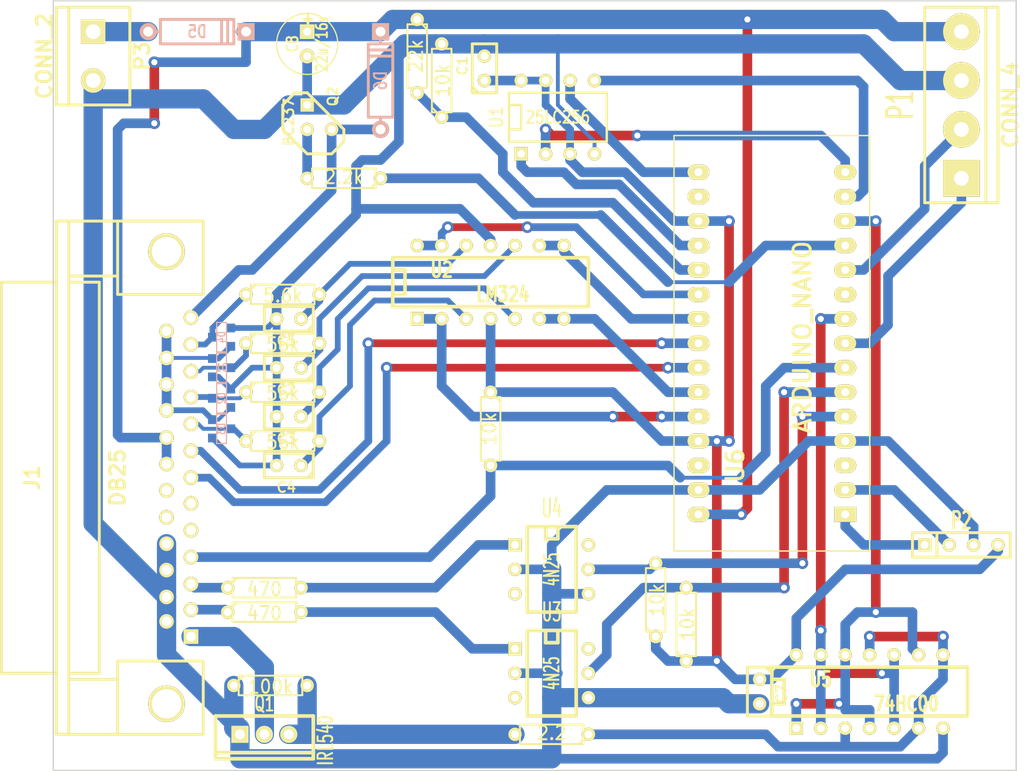
<source format=kicad_pcb>
(kicad_pcb (version 3) (host pcbnew "(22-Jun-2014 BZR 4027)-stable")

  (general
    (links 125)
    (no_connects 4)
    (area 94.208599 65.924999 200.5584 146.617266)
    (thickness 1.6)
    (drawings 4)
    (tracks 390)
    (zones 0)
    (modules 39)
    (nets 44)
  )

  (page A3)
  (layers
    (15 F.Cu signal)
    (0 B.Cu signal)
    (16 B.Adhes user)
    (17 F.Adhes user)
    (18 B.Paste user)
    (19 F.Paste user)
    (20 B.SilkS user)
    (21 F.SilkS user)
    (22 B.Mask user)
    (23 F.Mask user)
    (24 Dwgs.User user)
    (25 Cmts.User user)
    (26 Eco1.User user)
    (27 Eco2.User user)
    (28 Edge.Cuts user)
  )

  (setup
    (last_trace_width 1)
    (user_trace_width 0.4)
    (user_trace_width 0.5)
    (user_trace_width 0.6)
    (user_trace_width 0.8)
    (user_trace_width 1)
    (user_trace_width 2)
    (trace_clearance 0.254)
    (zone_clearance 0.508)
    (zone_45_only no)
    (trace_min 0.254)
    (segment_width 0.2)
    (edge_width 0.15)
    (via_size 1.2)
    (via_drill 0.635)
    (via_min_size 0.889)
    (via_min_drill 0.508)
    (uvia_size 0.508)
    (uvia_drill 0.127)
    (uvias_allowed no)
    (uvia_min_size 0.508)
    (uvia_min_drill 0.127)
    (pcb_text_width 0.3)
    (pcb_text_size 1.5 1.5)
    (mod_edge_width 0.15)
    (mod_text_size 1.5 1.5)
    (mod_text_width 0.15)
    (pad_size 1.4 1.4)
    (pad_drill 0.6)
    (pad_to_mask_clearance 0.2)
    (aux_axis_origin 0 0)
    (visible_elements FFFFFFBF)
    (pcbplotparams
      (layerselection 3178497)
      (usegerberextensions true)
      (excludeedgelayer true)
      (linewidth 0.150000)
      (plotframeref false)
      (viasonmask false)
      (mode 1)
      (useauxorigin false)
      (hpglpennumber 1)
      (hpglpenspeed 20)
      (hpglpendiameter 15)
      (hpglpenoverlay 2)
      (psnegative false)
      (psa4output false)
      (plotreference true)
      (plotvalue true)
      (plotothertext true)
      (plotinvisibletext false)
      (padsonsilk false)
      (subtractmaskfromsilk false)
      (outputformat 1)
      (mirror false)
      (drillshape 1)
      (scaleselection 1)
      (outputdirectory ""))
  )

  (net 0 "")
  (net 1 +5V)
  (net 2 +BATT)
  (net 3 /AUX1)
  (net 4 /BTN1)
  (net 5 /CMD_INJ)
  (net 6 /EnableHV)
  (net 7 /FP_CLK)
  (net 8 /FP_DATA)
  (net 9 /Ignition)
  (net 10 /Injection)
  (net 11 /MISO)
  (net 12 /MOSI)
  (net 13 /PMH)
  (net 14 /PUMP)
  (net 15 /PUMP_CMD)
  (net 16 /PWM_INJ)
  (net 17 /Pressure)
  (net 18 /PressureAdc)
  (net 19 /SCK)
  (net 20 /SS)
  (net 21 /Tair)
  (net 22 /TairAdc)
  (net 23 /Throttle)
  (net 24 /ThrottleAdc)
  (net 25 /Tmotor)
  (net 26 /TmotorAdc)
  (net 27 /TopPMH)
  (net 28 /TopWheel)
  (net 29 /Vbat)
  (net 30 /Wheel)
  (net 31 GND)
  (net 32 N-000001)
  (net 33 N-0000019)
  (net 34 N-0000021)
  (net 35 N-0000022)
  (net 36 N-0000032)
  (net 37 N-0000035)
  (net 38 N-0000037)
  (net 39 N-0000041)
  (net 40 N-0000042)
  (net 41 N-0000044)
  (net 42 N-0000045)
  (net 43 N-000006)

  (net_class Default "Ceci est la Netclass par défaut"
    (clearance 0.254)
    (trace_width 1)
    (via_dia 1.2)
    (via_drill 0.635)
    (uvia_dia 0.508)
    (uvia_drill 0.127)
    (add_net "")
    (add_net /AUX1)
    (add_net /BTN1)
    (add_net /CMD_INJ)
    (add_net /EnableHV)
    (add_net /FP_CLK)
    (add_net /FP_DATA)
    (add_net /Ignition)
    (add_net /MISO)
    (add_net /MOSI)
    (add_net /PMH)
    (add_net /PUMP)
    (add_net /PUMP_CMD)
    (add_net /PWM_INJ)
    (add_net /Pressure)
    (add_net /PressureAdc)
    (add_net /SCK)
    (add_net /SS)
    (add_net /Tair)
    (add_net /TairAdc)
    (add_net /Throttle)
    (add_net /ThrottleAdc)
    (add_net /Tmotor)
    (add_net /TmotorAdc)
    (add_net /TopPMH)
    (add_net /TopWheel)
    (add_net /Vbat)
    (add_net /Wheel)
    (add_net N-000001)
    (add_net N-0000019)
    (add_net N-0000021)
    (add_net N-0000022)
    (add_net N-0000032)
    (add_net N-0000035)
    (add_net N-0000037)
    (add_net N-0000041)
    (add_net N-0000042)
    (add_net N-0000044)
    (add_net N-0000045)
    (add_net N-000006)
  )

  (net_class Power ""
    (clearance 0.254)
    (trace_width 1)
    (via_dia 1.2)
    (via_drill 0.635)
    (uvia_dia 0.508)
    (uvia_drill 0.127)
    (add_net +5V)
    (add_net +BATT)
    (add_net /Injection)
    (add_net GND)
  )

  (module TO92-EBC (layer F.Cu) (tedit 4718C1A9) (tstamp 53E7E005)
    (at 127.635 78.105 90)
    (descr "Transistor TO92 brochage type BC237")
    (tags "TR TO92")
    (path /529D094B)
    (fp_text reference Q2 (at 2.159 1.397 90) (layer F.SilkS)
      (effects (font (size 1.016 1.016) (thickness 0.2032)))
    )
    (fp_text value BC237 (at -0.508 -3.175 90) (layer F.SilkS)
      (effects (font (size 1.016 1.016) (thickness 0.2032)))
    )
    (fp_line (start -1.27 2.54) (end 2.54 -1.27) (layer F.SilkS) (width 0.3048))
    (fp_line (start 2.54 -1.27) (end 2.54 -2.54) (layer F.SilkS) (width 0.3048))
    (fp_line (start 2.54 -2.54) (end 1.27 -3.81) (layer F.SilkS) (width 0.3048))
    (fp_line (start 1.27 -3.81) (end -1.27 -3.81) (layer F.SilkS) (width 0.3048))
    (fp_line (start -1.27 -3.81) (end -3.81 -1.27) (layer F.SilkS) (width 0.3048))
    (fp_line (start -3.81 -1.27) (end -3.81 1.27) (layer F.SilkS) (width 0.3048))
    (fp_line (start -3.81 1.27) (end -2.54 2.54) (layer F.SilkS) (width 0.3048))
    (fp_line (start -2.54 2.54) (end -1.27 2.54) (layer F.SilkS) (width 0.3048))
    (pad E thru_hole rect (at 1.27 -1.27 90) (size 1.397 1.397) (drill 0.8128)
      (layers *.Cu *.Mask F.SilkS)
      (net 31 GND)
    )
    (pad B thru_hole circle (at -1.27 -1.27 90) (size 1.397 1.397) (drill 0.8128)
      (layers *.Cu *.Mask F.SilkS)
      (net 41 N-0000044)
    )
    (pad C thru_hole circle (at -1.27 1.27 90) (size 1.397 1.397) (drill 0.8128)
      (layers *.Cu *.Mask F.SilkS)
      (net 14 /PUMP)
    )
    (model discret/to98.wrl
      (at (xyz 0 0 0))
      (scale (xyz 1 1 1))
      (rotate (xyz 0 0 0))
    )
  )

  (module ST23AK#1 (layer B.Cu) (tedit 3F980130) (tstamp 53E7E02F)
    (at 117.475 100.965 90)
    (path /53E7EE8D)
    (attr smd)
    (fp_text reference D4 (at 0 0 90) (layer B.SilkS)
      (effects (font (size 0.762 0.635) (thickness 0.127)) (justify mirror))
    )
    (fp_text value BAT54S (at 0 0 90) (layer B.SilkS) hide
      (effects (font (size 0.762 0.635) (thickness 0.127)) (justify mirror))
    )
    (fp_line (start -1.524 0.508) (end -1.524 0.508) (layer B.SilkS) (width 0.127))
    (fp_line (start -1.524 0.508) (end -1.524 0.508) (layer B.SilkS) (width 0.127))
    (fp_line (start -1.524 0.508) (end 1.524 0.508) (layer B.SilkS) (width 0.127))
    (fp_line (start 1.524 0.508) (end 1.524 -0.508) (layer B.SilkS) (width 0.127))
    (fp_line (start 1.524 -0.508) (end 1.524 -0.508) (layer B.SilkS) (width 0.127))
    (fp_line (start 1.524 -0.508) (end -1.524 -0.508) (layer B.SilkS) (width 0.127))
    (fp_line (start -1.524 -0.508) (end -1.524 0.508) (layer B.SilkS) (width 0.127))
    (pad 2 smd rect (at 0 -0.9525 90) (size 0.9144 0.9144)
      (layers B.Cu B.Paste B.Mask)
      (net 23 /Throttle)
    )
    (pad 1 smd rect (at 0.9525 0.9525 90) (size 0.9144 0.9144)
      (layers B.Cu B.Paste B.Mask)
      (net 31 GND)
    )
    (pad 3 smd rect (at -0.9525 0.9525 90) (size 0.9144 0.9144)
      (layers B.Cu B.Paste B.Mask)
      (net 1 +5V)
    )
    (model smd/cms_sot23.wrl
      (at (xyz 0 0 0))
      (scale (xyz 0.13 0.15 0.15))
      (rotate (xyz 0 0 0))
    )
  )

  (module ST23AK#1 (layer B.Cu) (tedit 3F980130) (tstamp 53EA8ADF)
    (at 117.475 110.49 270)
    (path /53E7EA14)
    (attr smd)
    (fp_text reference D3 (at 0 0 270) (layer B.SilkS)
      (effects (font (size 0.762 0.635) (thickness 0.127)) (justify mirror))
    )
    (fp_text value BAT54S (at 0 0 270) (layer B.SilkS) hide
      (effects (font (size 0.762 0.635) (thickness 0.127)) (justify mirror))
    )
    (fp_line (start -1.524 0.508) (end -1.524 0.508) (layer B.SilkS) (width 0.127))
    (fp_line (start -1.524 0.508) (end -1.524 0.508) (layer B.SilkS) (width 0.127))
    (fp_line (start -1.524 0.508) (end 1.524 0.508) (layer B.SilkS) (width 0.127))
    (fp_line (start 1.524 0.508) (end 1.524 -0.508) (layer B.SilkS) (width 0.127))
    (fp_line (start 1.524 -0.508) (end 1.524 -0.508) (layer B.SilkS) (width 0.127))
    (fp_line (start 1.524 -0.508) (end -1.524 -0.508) (layer B.SilkS) (width 0.127))
    (fp_line (start -1.524 -0.508) (end -1.524 0.508) (layer B.SilkS) (width 0.127))
    (pad 2 smd rect (at 0 -0.9525 270) (size 0.9144 0.9144)
      (layers B.Cu B.Paste B.Mask)
      (net 17 /Pressure)
    )
    (pad 1 smd rect (at 0.9525 0.9525 270) (size 0.9144 0.9144)
      (layers B.Cu B.Paste B.Mask)
      (net 31 GND)
    )
    (pad 3 smd rect (at -0.9525 0.9525 270) (size 0.9144 0.9144)
      (layers B.Cu B.Paste B.Mask)
      (net 1 +5V)
    )
    (model smd/cms_sot23.wrl
      (at (xyz 0 0 0))
      (scale (xyz 0.13 0.15 0.15))
      (rotate (xyz 0 0 0))
    )
  )

  (module R3 (layer F.Cu) (tedit 4E4C0E65) (tstamp 541013A4)
    (at 122.555 137.16)
    (descr "Resitance 3 pas")
    (tags R)
    (path /529CF9BB)
    (autoplace_cost180 10)
    (fp_text reference R10 (at 0 0.127) (layer F.SilkS) hide
      (effects (font (size 1.397 1.27) (thickness 0.2032)))
    )
    (fp_text value 100k (at 0 0.127) (layer F.SilkS)
      (effects (font (size 1.397 1.27) (thickness 0.2032)))
    )
    (fp_line (start -3.81 0) (end -3.302 0) (layer F.SilkS) (width 0.2032))
    (fp_line (start 3.81 0) (end 3.302 0) (layer F.SilkS) (width 0.2032))
    (fp_line (start 3.302 0) (end 3.302 -1.016) (layer F.SilkS) (width 0.2032))
    (fp_line (start 3.302 -1.016) (end -3.302 -1.016) (layer F.SilkS) (width 0.2032))
    (fp_line (start -3.302 -1.016) (end -3.302 1.016) (layer F.SilkS) (width 0.2032))
    (fp_line (start -3.302 1.016) (end 3.302 1.016) (layer F.SilkS) (width 0.2032))
    (fp_line (start 3.302 1.016) (end 3.302 0) (layer F.SilkS) (width 0.2032))
    (fp_line (start -3.302 -0.508) (end -2.794 -1.016) (layer F.SilkS) (width 0.2032))
    (pad 1 thru_hole circle (at -3.81 0) (size 1.397 1.397) (drill 0.8128)
      (layers *.Cu *.Mask F.SilkS)
      (net 31 GND)
    )
    (pad 2 thru_hole circle (at 3.81 0) (size 1.397 1.397) (drill 0.8128)
      (layers *.Cu *.Mask F.SilkS)
      (net 38 N-0000037)
    )
    (model discret/resistor.wrl
      (at (xyz 0 0 0))
      (scale (xyz 0.3 0.3 0.3))
      (rotate (xyz 0 0 0))
    )
  )

  (module R3 (layer F.Cu) (tedit 4E4C0E65) (tstamp 53E933EE)
    (at 145.415 110.49 270)
    (descr "Resitance 3 pas")
    (tags R)
    (path /540CBB97)
    (autoplace_cost180 10)
    (fp_text reference R11 (at 0 0.127 270) (layer F.SilkS) hide
      (effects (font (size 1.397 1.27) (thickness 0.2032)))
    )
    (fp_text value 10k (at 0 0.127 270) (layer F.SilkS)
      (effects (font (size 1.397 1.27) (thickness 0.2032)))
    )
    (fp_line (start -3.81 0) (end -3.302 0) (layer F.SilkS) (width 0.2032))
    (fp_line (start 3.81 0) (end 3.302 0) (layer F.SilkS) (width 0.2032))
    (fp_line (start 3.302 0) (end 3.302 -1.016) (layer F.SilkS) (width 0.2032))
    (fp_line (start 3.302 -1.016) (end -3.302 -1.016) (layer F.SilkS) (width 0.2032))
    (fp_line (start -3.302 -1.016) (end -3.302 1.016) (layer F.SilkS) (width 0.2032))
    (fp_line (start -3.302 1.016) (end 3.302 1.016) (layer F.SilkS) (width 0.2032))
    (fp_line (start 3.302 1.016) (end 3.302 0) (layer F.SilkS) (width 0.2032))
    (fp_line (start -3.302 -0.508) (end -2.794 -1.016) (layer F.SilkS) (width 0.2032))
    (pad 1 thru_hole circle (at -3.81 0 270) (size 1.397 1.397) (drill 0.8128)
      (layers *.Cu *.Mask F.SilkS)
      (net 1 +5V)
    )
    (pad 2 thru_hole circle (at 3.81 0 270) (size 1.397 1.397) (drill 0.8128)
      (layers *.Cu *.Mask F.SilkS)
      (net 4 /BTN1)
    )
    (model discret/resistor.wrl
      (at (xyz 0 0 0))
      (scale (xyz 0.3 0.3 0.3))
      (rotate (xyz 0 0 0))
    )
  )

  (module R3 (layer F.Cu) (tedit 4E4C0E65) (tstamp 53E7E075)
    (at 121.92 129.54)
    (descr "Resitance 3 pas")
    (tags R)
    (path /529CE6B4)
    (autoplace_cost180 10)
    (fp_text reference R5 (at 0 0.127) (layer F.SilkS) hide
      (effects (font (size 1.397 1.27) (thickness 0.2032)))
    )
    (fp_text value 470 (at 0 0.127) (layer F.SilkS)
      (effects (font (size 1.397 1.27) (thickness 0.2032)))
    )
    (fp_line (start -3.81 0) (end -3.302 0) (layer F.SilkS) (width 0.2032))
    (fp_line (start 3.81 0) (end 3.302 0) (layer F.SilkS) (width 0.2032))
    (fp_line (start 3.302 0) (end 3.302 -1.016) (layer F.SilkS) (width 0.2032))
    (fp_line (start 3.302 -1.016) (end -3.302 -1.016) (layer F.SilkS) (width 0.2032))
    (fp_line (start -3.302 -1.016) (end -3.302 1.016) (layer F.SilkS) (width 0.2032))
    (fp_line (start -3.302 1.016) (end 3.302 1.016) (layer F.SilkS) (width 0.2032))
    (fp_line (start 3.302 1.016) (end 3.302 0) (layer F.SilkS) (width 0.2032))
    (fp_line (start -3.302 -0.508) (end -2.794 -1.016) (layer F.SilkS) (width 0.2032))
    (pad 1 thru_hole circle (at -3.81 0) (size 1.397 1.397) (drill 0.8128)
      (layers *.Cu *.Mask F.SilkS)
      (net 28 /TopWheel)
    )
    (pad 2 thru_hole circle (at 3.81 0) (size 1.397 1.397) (drill 0.8128)
      (layers *.Cu *.Mask F.SilkS)
      (net 39 N-0000041)
    )
    (model discret/resistor.wrl
      (at (xyz 0 0 0))
      (scale (xyz 0.3 0.3 0.3))
      (rotate (xyz 0 0 0))
    )
  )

  (module R3 (layer F.Cu) (tedit 4E4C0E65) (tstamp 53E7E083)
    (at 137.795 71.755 270)
    (descr "Resitance 3 pas")
    (tags R)
    (path /5291D0E2)
    (autoplace_cost180 10)
    (fp_text reference R12 (at 0 0.127 270) (layer F.SilkS) hide
      (effects (font (size 1.397 1.27) (thickness 0.2032)))
    )
    (fp_text value 22k (at 0 0.127 270) (layer F.SilkS)
      (effects (font (size 1.397 1.27) (thickness 0.2032)))
    )
    (fp_line (start -3.81 0) (end -3.302 0) (layer F.SilkS) (width 0.2032))
    (fp_line (start 3.81 0) (end 3.302 0) (layer F.SilkS) (width 0.2032))
    (fp_line (start 3.302 0) (end 3.302 -1.016) (layer F.SilkS) (width 0.2032))
    (fp_line (start 3.302 -1.016) (end -3.302 -1.016) (layer F.SilkS) (width 0.2032))
    (fp_line (start -3.302 -1.016) (end -3.302 1.016) (layer F.SilkS) (width 0.2032))
    (fp_line (start -3.302 1.016) (end 3.302 1.016) (layer F.SilkS) (width 0.2032))
    (fp_line (start 3.302 1.016) (end 3.302 0) (layer F.SilkS) (width 0.2032))
    (fp_line (start -3.302 -0.508) (end -2.794 -1.016) (layer F.SilkS) (width 0.2032))
    (pad 1 thru_hole circle (at -3.81 0 270) (size 1.397 1.397) (drill 0.8128)
      (layers *.Cu *.Mask F.SilkS)
      (net 2 +BATT)
    )
    (pad 2 thru_hole circle (at 3.81 0 270) (size 1.397 1.397) (drill 0.8128)
      (layers *.Cu *.Mask F.SilkS)
      (net 29 /Vbat)
    )
    (model discret/resistor.wrl
      (at (xyz 0 0 0))
      (scale (xyz 0.3 0.3 0.3))
      (rotate (xyz 0 0 0))
    )
  )

  (module R3 (layer F.Cu) (tedit 4E4C0E65) (tstamp 53E7E091)
    (at 151.765 142.24 180)
    (descr "Resitance 3 pas")
    (tags R)
    (path /52990FEC)
    (autoplace_cost180 10)
    (fp_text reference R9 (at 0 0.127 180) (layer F.SilkS) hide
      (effects (font (size 1.397 1.27) (thickness 0.2032)))
    )
    (fp_text value 2.2 (at 0 0.127 180) (layer F.SilkS)
      (effects (font (size 1.397 1.27) (thickness 0.2032)))
    )
    (fp_line (start -3.81 0) (end -3.302 0) (layer F.SilkS) (width 0.2032))
    (fp_line (start 3.81 0) (end 3.302 0) (layer F.SilkS) (width 0.2032))
    (fp_line (start 3.302 0) (end 3.302 -1.016) (layer F.SilkS) (width 0.2032))
    (fp_line (start 3.302 -1.016) (end -3.302 -1.016) (layer F.SilkS) (width 0.2032))
    (fp_line (start -3.302 -1.016) (end -3.302 1.016) (layer F.SilkS) (width 0.2032))
    (fp_line (start -3.302 1.016) (end 3.302 1.016) (layer F.SilkS) (width 0.2032))
    (fp_line (start 3.302 1.016) (end 3.302 0) (layer F.SilkS) (width 0.2032))
    (fp_line (start -3.302 -0.508) (end -2.794 -1.016) (layer F.SilkS) (width 0.2032))
    (pad 1 thru_hole circle (at -3.81 0 180) (size 1.397 1.397) (drill 0.8128)
      (layers *.Cu *.Mask F.SilkS)
      (net 42 N-0000045)
    )
    (pad 2 thru_hole circle (at 3.81 0 180) (size 1.397 1.397) (drill 0.8128)
      (layers *.Cu *.Mask F.SilkS)
      (net 38 N-0000037)
    )
    (model discret/resistor.wrl
      (at (xyz 0 0 0))
      (scale (xyz 0.3 0.3 0.3))
      (rotate (xyz 0 0 0))
    )
  )

  (module R3 (layer F.Cu) (tedit 4E4C0E65) (tstamp 53E7E09F)
    (at 123.825 111.76)
    (descr "Resitance 3 pas")
    (tags R)
    (path /53E7EA04)
    (autoplace_cost180 10)
    (fp_text reference R3 (at 0 0.127) (layer F.SilkS) hide
      (effects (font (size 1.397 1.27) (thickness 0.2032)))
    )
    (fp_text value 56k (at 0 0.127) (layer F.SilkS)
      (effects (font (size 1.397 1.27) (thickness 0.2032)))
    )
    (fp_line (start -3.81 0) (end -3.302 0) (layer F.SilkS) (width 0.2032))
    (fp_line (start 3.81 0) (end 3.302 0) (layer F.SilkS) (width 0.2032))
    (fp_line (start 3.302 0) (end 3.302 -1.016) (layer F.SilkS) (width 0.2032))
    (fp_line (start 3.302 -1.016) (end -3.302 -1.016) (layer F.SilkS) (width 0.2032))
    (fp_line (start -3.302 -1.016) (end -3.302 1.016) (layer F.SilkS) (width 0.2032))
    (fp_line (start -3.302 1.016) (end 3.302 1.016) (layer F.SilkS) (width 0.2032))
    (fp_line (start 3.302 1.016) (end 3.302 0) (layer F.SilkS) (width 0.2032))
    (fp_line (start -3.302 -0.508) (end -2.794 -1.016) (layer F.SilkS) (width 0.2032))
    (pad 1 thru_hole circle (at -3.81 0) (size 1.397 1.397) (drill 0.8128)
      (layers *.Cu *.Mask F.SilkS)
      (net 17 /Pressure)
    )
    (pad 2 thru_hole circle (at 3.81 0) (size 1.397 1.397) (drill 0.8128)
      (layers *.Cu *.Mask F.SilkS)
      (net 36 N-0000032)
    )
    (model discret/resistor.wrl
      (at (xyz 0 0 0))
      (scale (xyz 0.3 0.3 0.3))
      (rotate (xyz 0 0 0))
    )
  )

  (module R3 (layer F.Cu) (tedit 4E4C0E65) (tstamp 53E7E0AD)
    (at 123.825 96.52)
    (descr "Resitance 3 pas")
    (tags R)
    (path /53E7EE7D)
    (autoplace_cost180 10)
    (fp_text reference R4 (at 0 0.127) (layer F.SilkS) hide
      (effects (font (size 1.397 1.27) (thickness 0.2032)))
    )
    (fp_text value 5.6k (at 0 0.127) (layer F.SilkS)
      (effects (font (size 1.397 1.27) (thickness 0.2032)))
    )
    (fp_line (start -3.81 0) (end -3.302 0) (layer F.SilkS) (width 0.2032))
    (fp_line (start 3.81 0) (end 3.302 0) (layer F.SilkS) (width 0.2032))
    (fp_line (start 3.302 0) (end 3.302 -1.016) (layer F.SilkS) (width 0.2032))
    (fp_line (start 3.302 -1.016) (end -3.302 -1.016) (layer F.SilkS) (width 0.2032))
    (fp_line (start -3.302 -1.016) (end -3.302 1.016) (layer F.SilkS) (width 0.2032))
    (fp_line (start -3.302 1.016) (end 3.302 1.016) (layer F.SilkS) (width 0.2032))
    (fp_line (start 3.302 1.016) (end 3.302 0) (layer F.SilkS) (width 0.2032))
    (fp_line (start -3.302 -0.508) (end -2.794 -1.016) (layer F.SilkS) (width 0.2032))
    (pad 1 thru_hole circle (at -3.81 0) (size 1.397 1.397) (drill 0.8128)
      (layers *.Cu *.Mask F.SilkS)
      (net 23 /Throttle)
    )
    (pad 2 thru_hole circle (at 3.81 0) (size 1.397 1.397) (drill 0.8128)
      (layers *.Cu *.Mask F.SilkS)
      (net 37 N-0000035)
    )
    (model discret/resistor.wrl
      (at (xyz 0 0 0))
      (scale (xyz 0.3 0.3 0.3))
      (rotate (xyz 0 0 0))
    )
  )

  (module R3 (layer F.Cu) (tedit 4E4C0E65) (tstamp 53E7E0BB)
    (at 123.825 106.68)
    (descr "Resitance 3 pas")
    (tags R)
    (path /53E7E7D7)
    (autoplace_cost180 10)
    (fp_text reference R2 (at 0 0.127) (layer F.SilkS) hide
      (effects (font (size 1.397 1.27) (thickness 0.2032)))
    )
    (fp_text value 56k (at 0 0.127) (layer F.SilkS)
      (effects (font (size 1.397 1.27) (thickness 0.2032)))
    )
    (fp_line (start -3.81 0) (end -3.302 0) (layer F.SilkS) (width 0.2032))
    (fp_line (start 3.81 0) (end 3.302 0) (layer F.SilkS) (width 0.2032))
    (fp_line (start 3.302 0) (end 3.302 -1.016) (layer F.SilkS) (width 0.2032))
    (fp_line (start 3.302 -1.016) (end -3.302 -1.016) (layer F.SilkS) (width 0.2032))
    (fp_line (start -3.302 -1.016) (end -3.302 1.016) (layer F.SilkS) (width 0.2032))
    (fp_line (start -3.302 1.016) (end 3.302 1.016) (layer F.SilkS) (width 0.2032))
    (fp_line (start 3.302 1.016) (end 3.302 0) (layer F.SilkS) (width 0.2032))
    (fp_line (start -3.302 -0.508) (end -2.794 -1.016) (layer F.SilkS) (width 0.2032))
    (pad 1 thru_hole circle (at -3.81 0) (size 1.397 1.397) (drill 0.8128)
      (layers *.Cu *.Mask F.SilkS)
      (net 21 /Tair)
    )
    (pad 2 thru_hole circle (at 3.81 0) (size 1.397 1.397) (drill 0.8128)
      (layers *.Cu *.Mask F.SilkS)
      (net 43 N-000006)
    )
    (model discret/resistor.wrl
      (at (xyz 0 0 0))
      (scale (xyz 0.3 0.3 0.3))
      (rotate (xyz 0 0 0))
    )
  )

  (module R3 (layer F.Cu) (tedit 4E4C0E65) (tstamp 53E7E0C9)
    (at 123.825 101.6)
    (descr "Resitance 3 pas")
    (tags R)
    (path /53E7DCEC)
    (autoplace_cost180 10)
    (fp_text reference R1 (at 0 0.127) (layer F.SilkS) hide
      (effects (font (size 1.397 1.27) (thickness 0.2032)))
    )
    (fp_text value 56k (at 0 0.127) (layer F.SilkS)
      (effects (font (size 1.397 1.27) (thickness 0.2032)))
    )
    (fp_line (start -3.81 0) (end -3.302 0) (layer F.SilkS) (width 0.2032))
    (fp_line (start 3.81 0) (end 3.302 0) (layer F.SilkS) (width 0.2032))
    (fp_line (start 3.302 0) (end 3.302 -1.016) (layer F.SilkS) (width 0.2032))
    (fp_line (start 3.302 -1.016) (end -3.302 -1.016) (layer F.SilkS) (width 0.2032))
    (fp_line (start -3.302 -1.016) (end -3.302 1.016) (layer F.SilkS) (width 0.2032))
    (fp_line (start -3.302 1.016) (end 3.302 1.016) (layer F.SilkS) (width 0.2032))
    (fp_line (start 3.302 1.016) (end 3.302 0) (layer F.SilkS) (width 0.2032))
    (fp_line (start -3.302 -0.508) (end -2.794 -1.016) (layer F.SilkS) (width 0.2032))
    (pad 1 thru_hole circle (at -3.81 0) (size 1.397 1.397) (drill 0.8128)
      (layers *.Cu *.Mask F.SilkS)
      (net 25 /Tmotor)
    )
    (pad 2 thru_hole circle (at 3.81 0) (size 1.397 1.397) (drill 0.8128)
      (layers *.Cu *.Mask F.SilkS)
      (net 32 N-000001)
    )
    (model discret/resistor.wrl
      (at (xyz 0 0 0))
      (scale (xyz 0.3 0.3 0.3))
      (rotate (xyz 0 0 0))
    )
  )

  (module R3 (layer F.Cu) (tedit 54149D49) (tstamp 53E7E0D7)
    (at 162.56 128.27 90)
    (descr "Resitance 3 pas")
    (tags R)
    (path /529BB00C)
    (autoplace_cost180 10)
    (fp_text reference R8 (at 0 0.127 90) (layer F.SilkS) hide
      (effects (font (size 1.397 1.27) (thickness 0.2032)))
    )
    (fp_text value 10k (at 0 0.127 90) (layer F.SilkS)
      (effects (font (size 1.397 1.27) (thickness 0.2032)))
    )
    (fp_line (start -3.81 0) (end -3.302 0) (layer F.SilkS) (width 0.2032))
    (fp_line (start 3.81 0) (end 3.302 0) (layer F.SilkS) (width 0.2032))
    (fp_line (start 3.302 0) (end 3.302 -1.016) (layer F.SilkS) (width 0.2032))
    (fp_line (start 3.302 -1.016) (end -3.302 -1.016) (layer F.SilkS) (width 0.2032))
    (fp_line (start -3.302 -1.016) (end -3.302 1.016) (layer F.SilkS) (width 0.2032))
    (fp_line (start -3.302 1.016) (end 3.302 1.016) (layer F.SilkS) (width 0.2032))
    (fp_line (start 3.302 1.016) (end 3.302 0) (layer F.SilkS) (width 0.2032))
    (fp_line (start -3.302 -0.508) (end -2.794 -1.016) (layer F.SilkS) (width 0.2032))
    (pad 1 thru_hole circle (at -3.81 0 90) (size 1.397 1.397) (drill 0.8128)
      (layers *.Cu *.Mask F.SilkS)
      (net 1 +5V)
    )
    (pad 2 thru_hole circle (at 3.81 0 90) (size 1.397 1.397) (drill 0.8128)
      (layers *.Cu *.Mask F.SilkS)
      (net 13 /PMH)
    )
    (model discret/resistor.wrl
      (at (xyz 0 0 0))
      (scale (xyz 0.3 0.3 0.3))
      (rotate (xyz 0 0 0))
    )
  )

  (module R3 (layer F.Cu) (tedit 4E4C0E65) (tstamp 53E7E0E5)
    (at 121.92 127)
    (descr "Resitance 3 pas")
    (tags R)
    (path /529CE653)
    (autoplace_cost180 10)
    (fp_text reference R6 (at 0 0.127) (layer F.SilkS) hide
      (effects (font (size 1.397 1.27) (thickness 0.2032)))
    )
    (fp_text value 470 (at 0 0.127) (layer F.SilkS)
      (effects (font (size 1.397 1.27) (thickness 0.2032)))
    )
    (fp_line (start -3.81 0) (end -3.302 0) (layer F.SilkS) (width 0.2032))
    (fp_line (start 3.81 0) (end 3.302 0) (layer F.SilkS) (width 0.2032))
    (fp_line (start 3.302 0) (end 3.302 -1.016) (layer F.SilkS) (width 0.2032))
    (fp_line (start 3.302 -1.016) (end -3.302 -1.016) (layer F.SilkS) (width 0.2032))
    (fp_line (start -3.302 -1.016) (end -3.302 1.016) (layer F.SilkS) (width 0.2032))
    (fp_line (start -3.302 1.016) (end 3.302 1.016) (layer F.SilkS) (width 0.2032))
    (fp_line (start 3.302 1.016) (end 3.302 0) (layer F.SilkS) (width 0.2032))
    (fp_line (start -3.302 -0.508) (end -2.794 -1.016) (layer F.SilkS) (width 0.2032))
    (pad 1 thru_hole circle (at -3.81 0) (size 1.397 1.397) (drill 0.8128)
      (layers *.Cu *.Mask F.SilkS)
      (net 27 /TopPMH)
    )
    (pad 2 thru_hole circle (at 3.81 0) (size 1.397 1.397) (drill 0.8128)
      (layers *.Cu *.Mask F.SilkS)
      (net 40 N-0000042)
    )
    (model discret/resistor.wrl
      (at (xyz 0 0 0))
      (scale (xyz 0.3 0.3 0.3))
      (rotate (xyz 0 0 0))
    )
  )

  (module R3 (layer F.Cu) (tedit 4E4C0E65) (tstamp 53E7E0F3)
    (at 165.735 130.81 90)
    (descr "Resitance 3 pas")
    (tags R)
    (path /529BAF69)
    (autoplace_cost180 10)
    (fp_text reference R7 (at 0 0.127 90) (layer F.SilkS) hide
      (effects (font (size 1.397 1.27) (thickness 0.2032)))
    )
    (fp_text value 10k (at 0 0.127 90) (layer F.SilkS)
      (effects (font (size 1.397 1.27) (thickness 0.2032)))
    )
    (fp_line (start -3.81 0) (end -3.302 0) (layer F.SilkS) (width 0.2032))
    (fp_line (start 3.81 0) (end 3.302 0) (layer F.SilkS) (width 0.2032))
    (fp_line (start 3.302 0) (end 3.302 -1.016) (layer F.SilkS) (width 0.2032))
    (fp_line (start 3.302 -1.016) (end -3.302 -1.016) (layer F.SilkS) (width 0.2032))
    (fp_line (start -3.302 -1.016) (end -3.302 1.016) (layer F.SilkS) (width 0.2032))
    (fp_line (start -3.302 1.016) (end 3.302 1.016) (layer F.SilkS) (width 0.2032))
    (fp_line (start 3.302 1.016) (end 3.302 0) (layer F.SilkS) (width 0.2032))
    (fp_line (start -3.302 -0.508) (end -2.794 -1.016) (layer F.SilkS) (width 0.2032))
    (pad 1 thru_hole circle (at -3.81 0 90) (size 1.397 1.397) (drill 0.8128)
      (layers *.Cu *.Mask F.SilkS)
      (net 1 +5V)
    )
    (pad 2 thru_hole circle (at 3.81 0 90) (size 1.397 1.397) (drill 0.8128)
      (layers *.Cu *.Mask F.SilkS)
      (net 30 /Wheel)
    )
    (model discret/resistor.wrl
      (at (xyz 0 0 0))
      (scale (xyz 0.3 0.3 0.3))
      (rotate (xyz 0 0 0))
    )
  )

  (module R3 (layer F.Cu) (tedit 4E4C0E65) (tstamp 53E7E101)
    (at 140.335 74.295 90)
    (descr "Resitance 3 pas")
    (tags R)
    (path /5291D0EB)
    (autoplace_cost180 10)
    (fp_text reference R13 (at 0 0.127 90) (layer F.SilkS) hide
      (effects (font (size 1.397 1.27) (thickness 0.2032)))
    )
    (fp_text value 10k (at 0 0.127 90) (layer F.SilkS)
      (effects (font (size 1.397 1.27) (thickness 0.2032)))
    )
    (fp_line (start -3.81 0) (end -3.302 0) (layer F.SilkS) (width 0.2032))
    (fp_line (start 3.81 0) (end 3.302 0) (layer F.SilkS) (width 0.2032))
    (fp_line (start 3.302 0) (end 3.302 -1.016) (layer F.SilkS) (width 0.2032))
    (fp_line (start 3.302 -1.016) (end -3.302 -1.016) (layer F.SilkS) (width 0.2032))
    (fp_line (start -3.302 -1.016) (end -3.302 1.016) (layer F.SilkS) (width 0.2032))
    (fp_line (start -3.302 1.016) (end 3.302 1.016) (layer F.SilkS) (width 0.2032))
    (fp_line (start 3.302 1.016) (end 3.302 0) (layer F.SilkS) (width 0.2032))
    (fp_line (start -3.302 -0.508) (end -2.794 -1.016) (layer F.SilkS) (width 0.2032))
    (pad 1 thru_hole circle (at -3.81 0 90) (size 1.397 1.397) (drill 0.8128)
      (layers *.Cu *.Mask F.SilkS)
      (net 29 /Vbat)
    )
    (pad 2 thru_hole circle (at 3.81 0 90) (size 1.397 1.397) (drill 0.8128)
      (layers *.Cu *.Mask F.SilkS)
      (net 31 GND)
    )
    (model discret/resistor.wrl
      (at (xyz 0 0 0))
      (scale (xyz 0.3 0.3 0.3))
      (rotate (xyz 0 0 0))
    )
  )

  (module DIP-8__300 (layer F.Cu) (tedit 43A7F843) (tstamp 53E7E114)
    (at 152.4 78.105)
    (descr "8 pins DIL package, round pads")
    (tags DIL)
    (path /52991384)
    (fp_text reference U1 (at -6.35 0 90) (layer F.SilkS)
      (effects (font (size 1.27 1.143) (thickness 0.2032)))
    )
    (fp_text value 25LC256 (at 0 0) (layer F.SilkS)
      (effects (font (size 1.27 1.016) (thickness 0.2032)))
    )
    (fp_line (start -5.08 -1.27) (end -3.81 -1.27) (layer F.SilkS) (width 0.254))
    (fp_line (start -3.81 -1.27) (end -3.81 1.27) (layer F.SilkS) (width 0.254))
    (fp_line (start -3.81 1.27) (end -5.08 1.27) (layer F.SilkS) (width 0.254))
    (fp_line (start -5.08 -2.54) (end 5.08 -2.54) (layer F.SilkS) (width 0.254))
    (fp_line (start 5.08 -2.54) (end 5.08 2.54) (layer F.SilkS) (width 0.254))
    (fp_line (start 5.08 2.54) (end -5.08 2.54) (layer F.SilkS) (width 0.254))
    (fp_line (start -5.08 2.54) (end -5.08 -2.54) (layer F.SilkS) (width 0.254))
    (pad 1 thru_hole rect (at -3.81 3.81) (size 1.397 1.397) (drill 0.8128)
      (layers *.Cu *.Mask F.SilkS)
      (net 20 /SS)
    )
    (pad 2 thru_hole circle (at -1.27 3.81) (size 1.397 1.397) (drill 0.8128)
      (layers *.Cu *.Mask F.SilkS)
      (net 11 /MISO)
    )
    (pad 3 thru_hole circle (at 1.27 3.81) (size 1.397 1.397) (drill 0.8128)
      (layers *.Cu *.Mask F.SilkS)
      (net 1 +5V)
    )
    (pad 4 thru_hole circle (at 3.81 3.81) (size 1.397 1.397) (drill 0.8128)
      (layers *.Cu *.Mask F.SilkS)
      (net 31 GND)
    )
    (pad 5 thru_hole circle (at 3.81 -3.81) (size 1.397 1.397) (drill 0.8128)
      (layers *.Cu *.Mask F.SilkS)
      (net 12 /MOSI)
    )
    (pad 6 thru_hole circle (at 1.27 -3.81) (size 1.397 1.397) (drill 0.8128)
      (layers *.Cu *.Mask F.SilkS)
      (net 19 /SCK)
    )
    (pad 7 thru_hole circle (at -1.27 -3.81) (size 1.397 1.397) (drill 0.8128)
      (layers *.Cu *.Mask F.SilkS)
      (net 1 +5V)
    )
    (pad 8 thru_hole circle (at -3.81 -3.81) (size 1.397 1.397) (drill 0.8128)
      (layers *.Cu *.Mask F.SilkS)
      (net 1 +5V)
    )
    (model dil/dil_8.wrl
      (at (xyz 0 0 0))
      (scale (xyz 1 1 1))
      (rotate (xyz 0 0 0))
    )
  )

  (module DIP-6__300 (layer F.Cu) (tedit 49DC487C) (tstamp 53E7E125)
    (at 151.765 135.89 270)
    (descr "6 pins DIL package, round pads")
    (tags DIL)
    (path /529BA355)
    (fp_text reference U3 (at -6.35 0 360) (layer F.SilkS)
      (effects (font (size 1.905 1.016) (thickness 0.2032)))
    )
    (fp_text value 4N25 (at 0 0 270) (layer F.SilkS)
      (effects (font (size 1.524 0.889) (thickness 0.2032)))
    )
    (fp_line (start -4.445 -2.54) (end 4.445 -2.54) (layer F.SilkS) (width 0.381))
    (fp_line (start 4.445 -2.54) (end 4.445 2.54) (layer F.SilkS) (width 0.381))
    (fp_line (start 4.445 2.54) (end -4.445 2.54) (layer F.SilkS) (width 0.381))
    (fp_line (start -4.445 2.54) (end -4.445 -2.54) (layer F.SilkS) (width 0.381))
    (fp_line (start -4.445 -0.635) (end -3.175 -0.635) (layer F.SilkS) (width 0.381))
    (fp_line (start -3.175 -0.635) (end -3.175 0.635) (layer F.SilkS) (width 0.381))
    (fp_line (start -3.175 0.635) (end -4.445 0.635) (layer F.SilkS) (width 0.381))
    (pad 1 thru_hole rect (at -2.54 3.81 270) (size 1.397 1.397) (drill 0.8128)
      (layers *.Cu *.Mask F.SilkS)
      (net 39 N-0000041)
    )
    (pad 2 thru_hole circle (at 0 3.81 270) (size 1.397 1.397) (drill 0.8128)
      (layers *.Cu *.Mask F.SilkS)
      (net 31 GND)
    )
    (pad 3 thru_hole circle (at 2.54 3.81 270) (size 1.397 1.397) (drill 0.8128)
      (layers *.Cu *.Mask F.SilkS)
    )
    (pad 4 thru_hole circle (at 2.54 -3.81 270) (size 1.397 1.397) (drill 0.8128)
      (layers *.Cu *.Mask F.SilkS)
      (net 31 GND)
    )
    (pad 5 thru_hole circle (at 0 -3.81 270) (size 1.397 1.397) (drill 0.8128)
      (layers *.Cu *.Mask F.SilkS)
      (net 30 /Wheel)
    )
    (pad 6 thru_hole circle (at -2.54 -3.81 270) (size 1.397 1.397) (drill 0.8128)
      (layers *.Cu *.Mask F.SilkS)
    )
    (model dil/dil_6.wrl
      (at (xyz 0 0 0))
      (scale (xyz 1 1 1))
      (rotate (xyz 0 0 0))
    )
  )

  (module DIP-6__300 (layer F.Cu) (tedit 49DC487C) (tstamp 53E7E136)
    (at 151.765 125.095 270)
    (descr "6 pins DIL package, round pads")
    (tags DIL)
    (path /529BA37E)
    (fp_text reference U4 (at -6.35 0 360) (layer F.SilkS)
      (effects (font (size 1.905 1.016) (thickness 0.2032)))
    )
    (fp_text value 4N25 (at 0 0 270) (layer F.SilkS)
      (effects (font (size 1.524 0.889) (thickness 0.2032)))
    )
    (fp_line (start -4.445 -2.54) (end 4.445 -2.54) (layer F.SilkS) (width 0.381))
    (fp_line (start 4.445 -2.54) (end 4.445 2.54) (layer F.SilkS) (width 0.381))
    (fp_line (start 4.445 2.54) (end -4.445 2.54) (layer F.SilkS) (width 0.381))
    (fp_line (start -4.445 2.54) (end -4.445 -2.54) (layer F.SilkS) (width 0.381))
    (fp_line (start -4.445 -0.635) (end -3.175 -0.635) (layer F.SilkS) (width 0.381))
    (fp_line (start -3.175 -0.635) (end -3.175 0.635) (layer F.SilkS) (width 0.381))
    (fp_line (start -3.175 0.635) (end -4.445 0.635) (layer F.SilkS) (width 0.381))
    (pad 1 thru_hole rect (at -2.54 3.81 270) (size 1.397 1.397) (drill 0.8128)
      (layers *.Cu *.Mask F.SilkS)
      (net 40 N-0000042)
    )
    (pad 2 thru_hole circle (at 0 3.81 270) (size 1.397 1.397) (drill 0.8128)
      (layers *.Cu *.Mask F.SilkS)
      (net 31 GND)
    )
    (pad 3 thru_hole circle (at 2.54 3.81 270) (size 1.397 1.397) (drill 0.8128)
      (layers *.Cu *.Mask F.SilkS)
    )
    (pad 4 thru_hole circle (at 2.54 -3.81 270) (size 1.397 1.397) (drill 0.8128)
      (layers *.Cu *.Mask F.SilkS)
      (net 31 GND)
    )
    (pad 5 thru_hole circle (at 0 -3.81 270) (size 1.397 1.397) (drill 0.8128)
      (layers *.Cu *.Mask F.SilkS)
      (net 13 /PMH)
    )
    (pad 6 thru_hole circle (at -2.54 -3.81 270) (size 1.397 1.397) (drill 0.8128)
      (layers *.Cu *.Mask F.SilkS)
    )
    (model dil/dil_6.wrl
      (at (xyz 0 0 0))
      (scale (xyz 1 1 1))
      (rotate (xyz 0 0 0))
    )
  )

  (module DIP-14__300 (layer F.Cu) (tedit 200000) (tstamp 53E7E14F)
    (at 145.415 95.25)
    (descr "14 pins DIL package, round pads")
    (tags DIL)
    (path /53E74002)
    (fp_text reference U2 (at -5.08 -1.27) (layer F.SilkS)
      (effects (font (size 1.524 1.143) (thickness 0.3048)))
    )
    (fp_text value LM324 (at 1.27 1.27) (layer F.SilkS)
      (effects (font (size 1.524 1.143) (thickness 0.3048)))
    )
    (fp_line (start -10.16 -2.54) (end 10.16 -2.54) (layer F.SilkS) (width 0.381))
    (fp_line (start 10.16 2.54) (end -10.16 2.54) (layer F.SilkS) (width 0.381))
    (fp_line (start -10.16 2.54) (end -10.16 -2.54) (layer F.SilkS) (width 0.381))
    (fp_line (start -10.16 -1.27) (end -8.89 -1.27) (layer F.SilkS) (width 0.381))
    (fp_line (start -8.89 -1.27) (end -8.89 1.27) (layer F.SilkS) (width 0.381))
    (fp_line (start -8.89 1.27) (end -10.16 1.27) (layer F.SilkS) (width 0.381))
    (fp_line (start 10.16 -2.54) (end 10.16 2.54) (layer F.SilkS) (width 0.381))
    (pad 1 thru_hole rect (at -7.62 3.81) (size 1.397 1.397) (drill 0.8128)
      (layers *.Cu *.Mask F.SilkS)
      (net 18 /PressureAdc)
    )
    (pad 2 thru_hole circle (at -5.08 3.81) (size 1.397 1.397) (drill 0.8128)
      (layers *.Cu *.Mask F.SilkS)
      (net 18 /PressureAdc)
    )
    (pad 3 thru_hole circle (at -2.54 3.81) (size 1.397 1.397) (drill 0.8128)
      (layers *.Cu *.Mask F.SilkS)
      (net 36 N-0000032)
    )
    (pad 4 thru_hole circle (at 0 3.81) (size 1.397 1.397) (drill 0.8128)
      (layers *.Cu *.Mask F.SilkS)
      (net 1 +5V)
    )
    (pad 5 thru_hole circle (at 2.54 3.81) (size 1.397 1.397) (drill 0.8128)
      (layers *.Cu *.Mask F.SilkS)
      (net 43 N-000006)
    )
    (pad 6 thru_hole circle (at 5.08 3.81) (size 1.397 1.397) (drill 0.8128)
      (layers *.Cu *.Mask F.SilkS)
      (net 22 /TairAdc)
    )
    (pad 7 thru_hole circle (at 7.62 3.81) (size 1.397 1.397) (drill 0.8128)
      (layers *.Cu *.Mask F.SilkS)
      (net 22 /TairAdc)
    )
    (pad 8 thru_hole circle (at 7.62 -3.81) (size 1.397 1.397) (drill 0.8128)
      (layers *.Cu *.Mask F.SilkS)
      (net 26 /TmotorAdc)
    )
    (pad 9 thru_hole circle (at 5.08 -3.81) (size 1.397 1.397) (drill 0.8128)
      (layers *.Cu *.Mask F.SilkS)
      (net 26 /TmotorAdc)
    )
    (pad 10 thru_hole circle (at 2.54 -3.81) (size 1.397 1.397) (drill 0.8128)
      (layers *.Cu *.Mask F.SilkS)
      (net 32 N-000001)
    )
    (pad 11 thru_hole circle (at 0 -3.81) (size 1.397 1.397) (drill 0.8128)
      (layers *.Cu *.Mask F.SilkS)
      (net 31 GND)
    )
    (pad 12 thru_hole circle (at -2.54 -3.81) (size 1.397 1.397) (drill 0.8128)
      (layers *.Cu *.Mask F.SilkS)
      (net 37 N-0000035)
    )
    (pad 13 thru_hole circle (at -5.08 -3.81) (size 1.397 1.397) (drill 0.8128)
      (layers *.Cu *.Mask F.SilkS)
      (net 24 /ThrottleAdc)
    )
    (pad 14 thru_hole circle (at -7.62 -3.81) (size 1.397 1.397) (drill 0.8128)
      (layers *.Cu *.Mask F.SilkS)
      (net 24 /ThrottleAdc)
    )
    (model dil/dil_14.wrl
      (at (xyz 0 0 0))
      (scale (xyz 1 1 1))
      (rotate (xyz 0 0 0))
    )
  )

  (module DB25FC (layer F.Cu) (tedit 200000) (tstamp 53E7E19B)
    (at 113.03 115.57 90)
    (descr "Connecteur DB25 femelle couche")
    (tags "CONN DB25")
    (path /53260121)
    (fp_text reference J1 (at 0 -15.24 90) (layer F.SilkS)
      (effects (font (size 1.524 1.524) (thickness 0.3048)))
    )
    (fp_text value DB25 (at 0 -6.35 90) (layer F.SilkS)
      (effects (font (size 1.524 1.524) (thickness 0.3048)))
    )
    (fp_line (start 26.67 -11.43) (end 26.67 2.54) (layer F.SilkS) (width 0.3048))
    (fp_line (start 19.05 -6.35) (end 19.05 2.54) (layer F.SilkS) (width 0.3048))
    (fp_line (start 20.955 -11.43) (end 20.955 -6.35) (layer F.SilkS) (width 0.3048))
    (fp_line (start -20.955 -11.43) (end -20.955 -6.35) (layer F.SilkS) (width 0.3048))
    (fp_line (start -19.05 -6.35) (end -19.05 2.54) (layer F.SilkS) (width 0.3048))
    (fp_line (start -26.67 2.54) (end -26.67 -11.43) (layer F.SilkS) (width 0.3048))
    (fp_line (start 26.67 -6.35) (end 19.05 -6.35) (layer F.SilkS) (width 0.3048))
    (fp_line (start -26.67 -6.35) (end -19.05 -6.35) (layer F.SilkS) (width 0.3048))
    (fp_line (start 20.32 -8.255) (end 20.32 -11.43) (layer F.SilkS) (width 0.3048))
    (fp_line (start -20.32 -8.255) (end -20.32 -11.43) (layer F.SilkS) (width 0.3048))
    (fp_line (start 20.32 -18.415) (end 20.32 -12.7) (layer F.SilkS) (width 0.3048))
    (fp_line (start -20.32 -18.415) (end -20.32 -12.7) (layer F.SilkS) (width 0.3048))
    (fp_line (start 26.67 -11.43) (end 26.67 -12.7) (layer F.SilkS) (width 0.3048))
    (fp_line (start 26.67 -12.7) (end -26.67 -12.7) (layer F.SilkS) (width 0.3048))
    (fp_line (start -26.67 -12.7) (end -26.67 -11.43) (layer F.SilkS) (width 0.3048))
    (fp_line (start -26.67 -11.43) (end 26.67 -11.43) (layer F.SilkS) (width 0.3048))
    (fp_line (start 19.05 2.54) (end 26.67 2.54) (layer F.SilkS) (width 0.3048))
    (fp_line (start -20.32 -8.255) (end 20.32 -8.255) (layer F.SilkS) (width 0.3048))
    (fp_line (start -20.32 -18.415) (end 20.32 -18.415) (layer F.SilkS) (width 0.3048))
    (fp_line (start -26.67 2.54) (end -19.05 2.54) (layer F.SilkS) (width 0.3048))
    (pad "" thru_hole circle (at 23.495 -1.27 90) (size 3.81 3.81) (drill 3.048)
      (layers *.Cu *.Mask F.SilkS)
    )
    (pad "" thru_hole circle (at -23.495 -1.27 90) (size 3.81 3.81) (drill 3.048)
      (layers *.Cu *.Mask F.SilkS)
    )
    (pad 1 thru_hole rect (at -16.51 1.27 90) (size 1.524 1.524) (drill 1.016)
      (layers *.Cu *.Mask F.SilkS)
      (net 10 /Injection)
    )
    (pad 2 thru_hole circle (at -13.716 1.27 90) (size 1.524 1.524) (drill 1.016)
      (layers *.Cu *.Mask F.SilkS)
      (net 28 /TopWheel)
    )
    (pad 3 thru_hole circle (at -11.049 1.27 90) (size 1.524 1.524) (drill 1.016)
      (layers *.Cu *.Mask F.SilkS)
      (net 27 /TopPMH)
    )
    (pad 4 thru_hole circle (at -8.255 1.27 90) (size 1.524 1.524) (drill 1.016)
      (layers *.Cu *.Mask F.SilkS)
      (net 4 /BTN1)
    )
    (pad 5 thru_hole circle (at -5.461 1.27 90) (size 1.524 1.524) (drill 1.016)
      (layers *.Cu *.Mask F.SilkS)
      (net 3 /AUX1)
    )
    (pad 6 thru_hole circle (at -2.667 1.27 90) (size 1.524 1.524) (drill 1.016)
      (layers *.Cu *.Mask F.SilkS)
      (net 9 /Ignition)
    )
    (pad 7 thru_hole circle (at 0 1.27 90) (size 1.524 1.524) (drill 1.016)
      (layers *.Cu *.Mask F.SilkS)
      (net 7 /FP_CLK)
    )
    (pad 8 thru_hole circle (at 2.794 1.27 90) (size 1.524 1.524) (drill 1.016)
      (layers *.Cu *.Mask F.SilkS)
      (net 8 /FP_DATA)
    )
    (pad 9 thru_hole circle (at 5.588 1.27 90) (size 1.524 1.524) (drill 1.016)
      (layers *.Cu *.Mask F.SilkS)
      (net 17 /Pressure)
    )
    (pad 10 thru_hole circle (at 8.382 1.27 90) (size 1.524 1.524) (drill 1.016)
      (layers *.Cu *.Mask F.SilkS)
      (net 21 /Tair)
    )
    (pad 11 thru_hole circle (at 11.049 1.27 90) (size 1.524 1.524) (drill 1.016)
      (layers *.Cu *.Mask F.SilkS)
      (net 25 /Tmotor)
    )
    (pad 12 thru_hole circle (at 13.843 1.27 90) (size 1.524 1.524) (drill 1.016)
      (layers *.Cu *.Mask F.SilkS)
      (net 23 /Throttle)
    )
    (pad 13 thru_hole circle (at 16.637 1.27 90) (size 1.524 1.524) (drill 1.016)
      (layers *.Cu *.Mask F.SilkS)
      (net 14 /PUMP)
    )
    (pad 14 thru_hole circle (at -14.9352 -1.27 90) (size 1.524 1.524) (drill 1.016)
      (layers *.Cu *.Mask F.SilkS)
      (net 31 GND)
    )
    (pad 15 thru_hole circle (at -12.3952 -1.27 90) (size 1.524 1.524) (drill 1.016)
      (layers *.Cu *.Mask F.SilkS)
      (net 31 GND)
    )
    (pad 16 thru_hole circle (at -9.6012 -1.27 90) (size 1.524 1.524) (drill 1.016)
      (layers *.Cu *.Mask F.SilkS)
      (net 31 GND)
    )
    (pad 17 thru_hole circle (at -6.858 -1.27 90) (size 1.524 1.524) (drill 1.016)
      (layers *.Cu *.Mask F.SilkS)
      (net 31 GND)
    )
    (pad 18 thru_hole circle (at -4.1148 -1.27 90) (size 1.524 1.524) (drill 1.016)
      (layers *.Cu *.Mask F.SilkS)
    )
    (pad 19 thru_hole circle (at -1.3208 -1.27 90) (size 1.524 1.524) (drill 1.016)
      (layers *.Cu *.Mask F.SilkS)
    )
    (pad 20 thru_hole circle (at 1.4224 -1.27 90) (size 1.524 1.524) (drill 1.016)
      (layers *.Cu *.Mask F.SilkS)
      (net 2 +BATT)
    )
    (pad 21 thru_hole circle (at 4.1656 -1.27 90) (size 1.524 1.524) (drill 1.016)
      (layers *.Cu *.Mask F.SilkS)
      (net 2 +BATT)
    )
    (pad 22 thru_hole circle (at 7.0104 -1.27 90) (size 1.524 1.524) (drill 1.016)
      (layers *.Cu *.Mask F.SilkS)
      (net 1 +5V)
    )
    (pad 23 thru_hole circle (at 9.7028 -1.27 90) (size 1.524 1.524) (drill 1.016)
      (layers *.Cu *.Mask F.SilkS)
      (net 1 +5V)
    )
    (pad 24 thru_hole circle (at 12.446 -1.27 90) (size 1.524 1.524) (drill 1.016)
      (layers *.Cu *.Mask F.SilkS)
      (net 1 +5V)
    )
    (pad 25 thru_hole circle (at 15.24 -1.27 90) (size 1.524 1.524) (drill 1.016)
      (layers *.Cu *.Mask F.SilkS)
      (net 1 +5V)
    )
    (model conn_DBxx/db25_female_pin90deg.wrl
      (at (xyz 0 0 0))
      (scale (xyz 1 1 1))
      (rotate (xyz 0 0 0))
    )
  )

  (module C1 (layer F.Cu) (tedit 3F92C496) (tstamp 53E7E1CA)
    (at 124.46 114.3 180)
    (descr "Condensateur e = 1 pas")
    (tags C)
    (path /53E7E9FE)
    (fp_text reference C4 (at 0.254 -2.286 180) (layer F.SilkS)
      (effects (font (size 1.016 1.016) (thickness 0.2032)))
    )
    (fp_text value 100nF (at 0 -2.286 180) (layer F.SilkS) hide
      (effects (font (size 1.016 1.016) (thickness 0.2032)))
    )
    (fp_line (start -2.4892 -1.27) (end 2.54 -1.27) (layer F.SilkS) (width 0.3048))
    (fp_line (start 2.54 -1.27) (end 2.54 1.27) (layer F.SilkS) (width 0.3048))
    (fp_line (start 2.54 1.27) (end -2.54 1.27) (layer F.SilkS) (width 0.3048))
    (fp_line (start -2.54 1.27) (end -2.54 -1.27) (layer F.SilkS) (width 0.3048))
    (fp_line (start -2.54 -0.635) (end -1.905 -1.27) (layer F.SilkS) (width 0.3048))
    (pad 1 thru_hole circle (at -1.27 0 180) (size 1.397 1.397) (drill 0.8128)
      (layers *.Cu *.Mask F.SilkS)
      (net 36 N-0000032)
    )
    (pad 2 thru_hole circle (at 1.27 0 180) (size 1.397 1.397) (drill 0.8128)
      (layers *.Cu *.Mask F.SilkS)
      (net 31 GND)
    )
    (model discret/capa_1_pas.wrl
      (at (xyz 0 0 0))
      (scale (xyz 1 1 1))
      (rotate (xyz 0 0 0))
    )
  )

  (module C1 (layer F.Cu) (tedit 3F92C496) (tstamp 53E7E1D5)
    (at 124.46 99.06 180)
    (descr "Condensateur e = 1 pas")
    (tags C)
    (path /53E7EE77)
    (fp_text reference C5 (at 0.254 -2.286 180) (layer F.SilkS)
      (effects (font (size 1.016 1.016) (thickness 0.2032)))
    )
    (fp_text value 100nF (at 0 -2.286 180) (layer F.SilkS) hide
      (effects (font (size 1.016 1.016) (thickness 0.2032)))
    )
    (fp_line (start -2.4892 -1.27) (end 2.54 -1.27) (layer F.SilkS) (width 0.3048))
    (fp_line (start 2.54 -1.27) (end 2.54 1.27) (layer F.SilkS) (width 0.3048))
    (fp_line (start 2.54 1.27) (end -2.54 1.27) (layer F.SilkS) (width 0.3048))
    (fp_line (start -2.54 1.27) (end -2.54 -1.27) (layer F.SilkS) (width 0.3048))
    (fp_line (start -2.54 -0.635) (end -1.905 -1.27) (layer F.SilkS) (width 0.3048))
    (pad 1 thru_hole circle (at -1.27 0 180) (size 1.397 1.397) (drill 0.8128)
      (layers *.Cu *.Mask F.SilkS)
      (net 37 N-0000035)
    )
    (pad 2 thru_hole circle (at 1.27 0 180) (size 1.397 1.397) (drill 0.8128)
      (layers *.Cu *.Mask F.SilkS)
      (net 31 GND)
    )
    (model discret/capa_1_pas.wrl
      (at (xyz 0 0 0))
      (scale (xyz 1 1 1))
      (rotate (xyz 0 0 0))
    )
  )

  (module C1 (layer F.Cu) (tedit 3F92C496) (tstamp 53E7E1EB)
    (at 144.78 73.025 90)
    (descr "Condensateur e = 1 pas")
    (tags C)
    (path /529913D3)
    (fp_text reference C1 (at 0.254 -2.286 90) (layer F.SilkS)
      (effects (font (size 1.016 1.016) (thickness 0.2032)))
    )
    (fp_text value 100nF (at 0 -2.286 90) (layer F.SilkS) hide
      (effects (font (size 1.016 1.016) (thickness 0.2032)))
    )
    (fp_line (start -2.4892 -1.27) (end 2.54 -1.27) (layer F.SilkS) (width 0.3048))
    (fp_line (start 2.54 -1.27) (end 2.54 1.27) (layer F.SilkS) (width 0.3048))
    (fp_line (start 2.54 1.27) (end -2.54 1.27) (layer F.SilkS) (width 0.3048))
    (fp_line (start -2.54 1.27) (end -2.54 -1.27) (layer F.SilkS) (width 0.3048))
    (fp_line (start -2.54 -0.635) (end -1.905 -1.27) (layer F.SilkS) (width 0.3048))
    (pad 1 thru_hole circle (at -1.27 0 90) (size 1.397 1.397) (drill 0.8128)
      (layers *.Cu *.Mask F.SilkS)
      (net 1 +5V)
    )
    (pad 2 thru_hole circle (at 1.27 0 90) (size 1.397 1.397) (drill 0.8128)
      (layers *.Cu *.Mask F.SilkS)
      (net 31 GND)
    )
    (model discret/capa_1_pas.wrl
      (at (xyz 0 0 0))
      (scale (xyz 1 1 1))
      (rotate (xyz 0 0 0))
    )
  )

  (module C1 (layer F.Cu) (tedit 3F92C496) (tstamp 53E7E1F6)
    (at 124.46 104.14 180)
    (descr "Condensateur e = 1 pas")
    (tags C)
    (path /53E7DCDD)
    (fp_text reference C2 (at 0.254 -2.286 180) (layer F.SilkS)
      (effects (font (size 1.016 1.016) (thickness 0.2032)))
    )
    (fp_text value 100nF (at 0 -2.286 180) (layer F.SilkS) hide
      (effects (font (size 1.016 1.016) (thickness 0.2032)))
    )
    (fp_line (start -2.4892 -1.27) (end 2.54 -1.27) (layer F.SilkS) (width 0.3048))
    (fp_line (start 2.54 -1.27) (end 2.54 1.27) (layer F.SilkS) (width 0.3048))
    (fp_line (start 2.54 1.27) (end -2.54 1.27) (layer F.SilkS) (width 0.3048))
    (fp_line (start -2.54 1.27) (end -2.54 -1.27) (layer F.SilkS) (width 0.3048))
    (fp_line (start -2.54 -0.635) (end -1.905 -1.27) (layer F.SilkS) (width 0.3048))
    (pad 1 thru_hole circle (at -1.27 0 180) (size 1.397 1.397) (drill 0.8128)
      (layers *.Cu *.Mask F.SilkS)
      (net 32 N-000001)
    )
    (pad 2 thru_hole circle (at 1.27 0 180) (size 1.397 1.397) (drill 0.8128)
      (layers *.Cu *.Mask F.SilkS)
      (net 31 GND)
    )
    (model discret/capa_1_pas.wrl
      (at (xyz 0 0 0))
      (scale (xyz 1 1 1))
      (rotate (xyz 0 0 0))
    )
  )

  (module C1 (layer F.Cu) (tedit 3F92C496) (tstamp 53E7E201)
    (at 173.355 137.795 270)
    (descr "Condensateur e = 1 pas")
    (tags C)
    (path /529CF242)
    (fp_text reference C7 (at 0.254 -2.286 270) (layer F.SilkS)
      (effects (font (size 1.016 1.016) (thickness 0.2032)))
    )
    (fp_text value 100nF (at 0 -2.286 270) (layer F.SilkS) hide
      (effects (font (size 1.016 1.016) (thickness 0.2032)))
    )
    (fp_line (start -2.4892 -1.27) (end 2.54 -1.27) (layer F.SilkS) (width 0.3048))
    (fp_line (start 2.54 -1.27) (end 2.54 1.27) (layer F.SilkS) (width 0.3048))
    (fp_line (start 2.54 1.27) (end -2.54 1.27) (layer F.SilkS) (width 0.3048))
    (fp_line (start -2.54 1.27) (end -2.54 -1.27) (layer F.SilkS) (width 0.3048))
    (fp_line (start -2.54 -0.635) (end -1.905 -1.27) (layer F.SilkS) (width 0.3048))
    (pad 1 thru_hole circle (at -1.27 0 270) (size 1.397 1.397) (drill 0.8128)
      (layers *.Cu *.Mask F.SilkS)
      (net 1 +5V)
    )
    (pad 2 thru_hole circle (at 1.27 0 270) (size 1.397 1.397) (drill 0.8128)
      (layers *.Cu *.Mask F.SilkS)
      (net 31 GND)
    )
    (model discret/capa_1_pas.wrl
      (at (xyz 0 0 0))
      (scale (xyz 1 1 1))
      (rotate (xyz 0 0 0))
    )
  )

  (module TO220_VERT_GDS (layer F.Cu) (tedit 5354E459) (tstamp 53E7E013)
    (at 121.92 142.24 270)
    (descr "TO220 MOSFET")
    (tags "TR TO220 VERT")
    (path /52990FD3)
    (fp_text reference Q1 (at -3.175 0 360) (layer F.SilkS)
      (effects (font (size 1.524 1.016) (thickness 0.2032)))
    )
    (fp_text value IRL540 (at 0.635 -6.35 270) (layer F.SilkS)
      (effects (font (size 1.524 1.016) (thickness 0.2032)))
    )
    (fp_line (start 1.905 -5.08) (end 2.54 -5.08) (layer F.SilkS) (width 0.381))
    (fp_line (start 2.54 -5.08) (end 2.54 5.08) (layer F.SilkS) (width 0.381))
    (fp_line (start 2.54 5.08) (end 1.905 5.08) (layer F.SilkS) (width 0.381))
    (fp_line (start -1.905 -5.08) (end 1.905 -5.08) (layer F.SilkS) (width 0.381))
    (fp_line (start 1.905 -5.08) (end 1.905 5.08) (layer F.SilkS) (width 0.381))
    (fp_line (start 1.905 5.08) (end -1.905 5.08) (layer F.SilkS) (width 0.381))
    (fp_line (start -1.905 5.08) (end -1.905 -5.08) (layer F.SilkS) (width 0.381))
    (pad G thru_hole circle (at 0 -2.54 270) (size 1.778 1.778) (drill 1.016)
      (layers *.Cu *.Mask F.SilkS)
      (net 38 N-0000037)
    )
    (pad D thru_hole circle (at 0 0 270) (size 1.778 1.778) (drill 1.016)
      (layers *.Cu *.Mask F.SilkS)
      (net 10 /Injection)
    )
    (pad S thru_hole rect (at 0 2.54 270) (size 1.778 1.778) (drill 1.016)
      (layers *.Cu *.Mask F.SilkS)
      (net 31 GND)
    )
  )

  (module R3 (layer F.Cu) (tedit 4E4C0E65) (tstamp 540CBD7A)
    (at 130.175 84.455 180)
    (descr "Resitance 3 pas")
    (tags R)
    (path /529D0969)
    (autoplace_cost180 10)
    (fp_text reference R14 (at 0 0.127 180) (layer F.SilkS) hide
      (effects (font (size 1.397 1.27) (thickness 0.2032)))
    )
    (fp_text value 2.2k (at 0 0.127 180) (layer F.SilkS)
      (effects (font (size 1.397 1.27) (thickness 0.2032)))
    )
    (fp_line (start -3.81 0) (end -3.302 0) (layer F.SilkS) (width 0.2032))
    (fp_line (start 3.81 0) (end 3.302 0) (layer F.SilkS) (width 0.2032))
    (fp_line (start 3.302 0) (end 3.302 -1.016) (layer F.SilkS) (width 0.2032))
    (fp_line (start 3.302 -1.016) (end -3.302 -1.016) (layer F.SilkS) (width 0.2032))
    (fp_line (start -3.302 -1.016) (end -3.302 1.016) (layer F.SilkS) (width 0.2032))
    (fp_line (start -3.302 1.016) (end 3.302 1.016) (layer F.SilkS) (width 0.2032))
    (fp_line (start 3.302 1.016) (end 3.302 0) (layer F.SilkS) (width 0.2032))
    (fp_line (start -3.302 -0.508) (end -2.794 -1.016) (layer F.SilkS) (width 0.2032))
    (pad 1 thru_hole circle (at -3.81 0 180) (size 1.397 1.397) (drill 0.8128)
      (layers *.Cu *.Mask F.SilkS)
      (net 15 /PUMP_CMD)
    )
    (pad 2 thru_hole circle (at 3.81 0 180) (size 1.397 1.397) (drill 0.8128)
      (layers *.Cu *.Mask F.SilkS)
      (net 41 N-0000044)
    )
    (model discret/resistor.wrl
      (at (xyz 0 0 0))
      (scale (xyz 0.3 0.3 0.3))
      (rotate (xyz 0 0 0))
    )
  )

  (module bornier2 (layer F.Cu) (tedit 3EC0ED69) (tstamp 540EC57F)
    (at 104.14 71.755 270)
    (descr "Bornier d'alimentation 2 pins")
    (tags DEV)
    (path /5291CFCF)
    (fp_text reference P3 (at 0 -5.08 270) (layer F.SilkS)
      (effects (font (size 1.524 1.524) (thickness 0.3048)))
    )
    (fp_text value CONN_2 (at 0 5.08 270) (layer F.SilkS)
      (effects (font (size 1.524 1.524) (thickness 0.3048)))
    )
    (fp_line (start 5.08 2.54) (end -5.08 2.54) (layer F.SilkS) (width 0.3048))
    (fp_line (start 5.08 3.81) (end 5.08 -3.81) (layer F.SilkS) (width 0.3048))
    (fp_line (start 5.08 -3.81) (end -5.08 -3.81) (layer F.SilkS) (width 0.3048))
    (fp_line (start -5.08 -3.81) (end -5.08 3.81) (layer F.SilkS) (width 0.3048))
    (fp_line (start -5.08 3.81) (end 5.08 3.81) (layer F.SilkS) (width 0.3048))
    (pad 1 thru_hole rect (at -2.54 0 270) (size 2.54 2.54) (drill 1.524)
      (layers *.Cu *.Mask F.SilkS)
      (net 33 N-0000019)
    )
    (pad 2 thru_hole circle (at 2.54 0 270) (size 2.54 2.54) (drill 1.524)
      (layers *.Cu *.Mask F.SilkS)
      (net 31 GND)
    )
    (model device/bornier_2.wrl
      (at (xyz 0 0 0))
      (scale (xyz 1 1 1))
      (rotate (xyz 0 0 0))
    )
  )

  (module D4 (layer B.Cu) (tedit 200000) (tstamp 53E7E021)
    (at 133.985 74.295 90)
    (descr "Diode 4 pas")
    (tags "DIODE DEV")
    (path /529D0A6B)
    (fp_text reference D6 (at 0 0 90) (layer B.SilkS)
      (effects (font (size 1.27 1.016) (thickness 0.2032)) (justify mirror))
    )
    (fp_text value 1N4007 (at 0 0 90) (layer B.SilkS) hide
      (effects (font (size 1.27 1.016) (thickness 0.2032)) (justify mirror))
    )
    (fp_line (start -3.81 1.27) (end 3.81 1.27) (layer B.SilkS) (width 0.3048))
    (fp_line (start 3.81 1.27) (end 3.81 -1.27) (layer B.SilkS) (width 0.3048))
    (fp_line (start 3.81 -1.27) (end -3.81 -1.27) (layer B.SilkS) (width 0.3048))
    (fp_line (start -3.81 -1.27) (end -3.81 1.27) (layer B.SilkS) (width 0.3048))
    (fp_line (start 3.175 1.27) (end 3.175 -1.27) (layer B.SilkS) (width 0.3048))
    (fp_line (start 2.54 -1.27) (end 2.54 1.27) (layer B.SilkS) (width 0.3048))
    (fp_line (start -3.81 0) (end -5.08 0) (layer B.SilkS) (width 0.3048))
    (fp_line (start 3.81 0) (end 5.08 0) (layer B.SilkS) (width 0.3048))
    (pad 1 thru_hole circle (at -5.08 0 90) (size 1.778 1.778) (drill 1.016)
      (layers *.Cu *.Mask B.SilkS)
      (net 14 /PUMP)
    )
    (pad 2 thru_hole rect (at 5.08 0 90) (size 1.778 1.778) (drill 1.016)
      (layers *.Cu *.Mask B.SilkS)
      (net 2 +BATT)
    )
    (model discret/diode.wrl
      (at (xyz 0 0 0))
      (scale (xyz 0.4 0.4 0.4))
      (rotate (xyz 0 0 0))
    )
  )

  (module D4 (layer B.Cu) (tedit 540EC577) (tstamp 53E7E03D)
    (at 114.935 69.215)
    (descr "Diode 4 pas")
    (tags "DIODE DEV")
    (path /5291D007)
    (fp_text reference D5 (at 0 0) (layer B.SilkS)
      (effects (font (size 1.27 1.016) (thickness 0.2032)) (justify mirror))
    )
    (fp_text value 1N4007 (at 0 0) (layer B.SilkS) hide
      (effects (font (size 1.27 1.016) (thickness 0.2032)) (justify mirror))
    )
    (fp_line (start -3.81 1.27) (end 3.81 1.27) (layer B.SilkS) (width 0.3048))
    (fp_line (start 3.81 1.27) (end 3.81 -1.27) (layer B.SilkS) (width 0.3048))
    (fp_line (start 3.81 -1.27) (end -3.81 -1.27) (layer B.SilkS) (width 0.3048))
    (fp_line (start -3.81 -1.27) (end -3.81 1.27) (layer B.SilkS) (width 0.3048))
    (fp_line (start 3.175 1.27) (end 3.175 -1.27) (layer B.SilkS) (width 0.3048))
    (fp_line (start 2.54 -1.27) (end 2.54 1.27) (layer B.SilkS) (width 0.3048))
    (fp_line (start -3.81 0) (end -5.08 0) (layer B.SilkS) (width 0.3048))
    (fp_line (start 3.81 0) (end 5.08 0) (layer B.SilkS) (width 0.3048))
    (pad 1 thru_hole circle (at -5.08 0) (size 1.778 1.778) (drill 1.016)
      (layers *.Cu *.Mask B.SilkS)
      (net 33 N-0000019)
    )
    (pad 2 thru_hole rect (at 5.08 0) (size 1.778 1.778) (drill 1.016)
      (layers *.Cu *.Mask B.SilkS)
      (net 2 +BATT)
    )
    (model discret/diode.wrl
      (at (xyz 0 0 0))
      (scale (xyz 0.4 0.4 0.4))
      (rotate (xyz 0 0 0))
    )
  )

  (module arduino_nano (layer F.Cu) (tedit 53E91F20) (tstamp 53E7E168)
    (at 174.625 100.33 90)
    (descr "30 pins DIL package, elliptical pads, width 600mil (arduino mini)")
    (tags "DIL arduino Nano")
    (path /528E7B58)
    (fp_text reference U6 (at -13.97 -3.81 90) (layer F.SilkS)
      (effects (font (size 1.778 1.778) (thickness 0.3048)))
    )
    (fp_text value ARDUINO_NANO (at -0.635 3.175 90) (layer F.SilkS)
      (effects (font (size 1.778 1.778) (thickness 0.3048)))
    )
    (fp_line (start -22.86 -10.16) (end 20.32 -10.16) (layer F.SilkS) (width 0.15))
    (fp_line (start 20.32 -10.16) (end 20.32 10.16) (layer F.SilkS) (width 0.15))
    (fp_line (start 20.32 10.16) (end -22.86 10.16) (layer F.SilkS) (width 0.15))
    (fp_line (start -22.86 10.16) (end -22.86 -10.16) (layer F.SilkS) (width 0.15))
    (pad 1 thru_hole rect (at -19.05 7.62 90) (size 1.5748 2.286) (drill 0.8128)
      (layers *.Cu *.Mask F.SilkS)
      (net 34 N-0000021)
    )
    (pad 2 thru_hole oval (at -16.51 7.62 90) (size 1.5748 2.286) (drill 0.8128)
      (layers *.Cu *.Mask F.SilkS)
      (net 35 N-0000022)
    )
    (pad 3 thru_hole oval (at -13.97 7.62 90) (size 1.5748 2.286) (drill 0.8128)
      (layers *.Cu *.Mask F.SilkS)
    )
    (pad 4 thru_hole oval (at -11.43 7.62 90) (size 1.5748 2.286) (drill 0.8128)
      (layers *.Cu *.Mask F.SilkS)
      (net 31 GND)
    )
    (pad 5 thru_hole oval (at -8.89 7.62 90) (size 1.5748 2.286) (drill 0.8128)
      (layers *.Cu *.Mask F.SilkS)
      (net 13 /PMH)
    )
    (pad 6 thru_hole oval (at -6.35 7.62 90) (size 1.5748 2.286) (drill 0.8128)
      (layers *.Cu *.Mask F.SilkS)
      (net 30 /Wheel)
    )
    (pad 7 thru_hole oval (at -3.81 7.62 90) (size 1.5748 2.286) (drill 0.8128)
      (layers *.Cu *.Mask F.SilkS)
      (net 4 /BTN1)
    )
    (pad 8 thru_hole oval (at -1.27 7.62 90) (size 1.5748 2.286) (drill 0.8128)
      (layers *.Cu *.Mask F.SilkS)
      (net 6 /EnableHV)
    )
    (pad 9 thru_hole oval (at 1.27 7.62 90) (size 1.5748 2.286) (drill 0.8128)
      (layers *.Cu *.Mask F.SilkS)
      (net 16 /PWM_INJ)
    )
    (pad 10 thru_hole oval (at 3.81 7.62 90) (size 1.5748 2.286) (drill 0.8128)
      (layers *.Cu *.Mask F.SilkS)
      (net 3 /AUX1)
    )
    (pad 11 thru_hole oval (at 6.35 7.62 90) (size 1.5748 2.286) (drill 0.8128)
      (layers *.Cu *.Mask F.SilkS)
      (net 9 /Ignition)
    )
    (pad 12 thru_hole oval (at 8.89 7.62 90) (size 1.5748 2.286) (drill 0.8128)
      (layers *.Cu *.Mask F.SilkS)
      (net 15 /PUMP_CMD)
    )
    (pad 13 thru_hole oval (at 11.43 7.62 90) (size 1.5748 2.286) (drill 0.8128)
      (layers *.Cu *.Mask F.SilkS)
      (net 5 /CMD_INJ)
    )
    (pad 14 thru_hole oval (at 13.97 7.62 90) (size 1.5748 2.286) (drill 0.8128)
      (layers *.Cu *.Mask F.SilkS)
      (net 12 /MOSI)
    )
    (pad 15 thru_hole oval (at 16.51 7.62 90) (size 1.5748 2.286) (drill 0.8128)
      (layers *.Cu *.Mask F.SilkS)
      (net 11 /MISO)
    )
    (pad 16 thru_hole oval (at 16.51 -7.62 90) (size 1.5748 2.286) (drill 0.8128)
      (layers *.Cu *.Mask F.SilkS)
      (net 19 /SCK)
    )
    (pad 17 thru_hole oval (at 13.97 -7.62 90) (size 1.5748 2.286) (drill 0.8128)
      (layers *.Cu *.Mask F.SilkS)
    )
    (pad 18 thru_hole oval (at 11.43 -7.62 90) (size 1.5748 2.286) (drill 0.8128)
      (layers *.Cu *.Mask F.SilkS)
      (net 1 +5V)
    )
    (pad 19 thru_hole oval (at 8.89 -7.62 90) (size 1.5748 2.286) (drill 0.8128)
      (layers *.Cu *.Mask F.SilkS)
      (net 20 /SS)
    )
    (pad 20 thru_hole oval (at 6.35 -7.62 90) (size 1.5748 2.286) (drill 0.8128)
      (layers *.Cu *.Mask F.SilkS)
      (net 29 /Vbat)
    )
    (pad 21 thru_hole oval (at 3.81 -7.62 90) (size 1.5748 2.286) (drill 0.8128)
      (layers *.Cu *.Mask F.SilkS)
      (net 24 /ThrottleAdc)
    )
    (pad 22 thru_hole oval (at 1.27 -7.62 90) (size 1.5748 2.286) (drill 0.8128)
      (layers *.Cu *.Mask F.SilkS)
      (net 26 /TmotorAdc)
    )
    (pad 23 thru_hole oval (at -1.27 -7.62 90) (size 1.5748 2.286) (drill 0.8128)
      (layers *.Cu *.Mask F.SilkS)
      (net 8 /FP_DATA)
    )
    (pad 24 thru_hole oval (at -3.81 -7.62 90) (size 1.5748 2.286) (drill 0.8128)
      (layers *.Cu *.Mask F.SilkS)
      (net 7 /FP_CLK)
    )
    (pad 25 thru_hole oval (at -6.35 -7.62 90) (size 1.5748 2.286) (drill 0.8128)
      (layers *.Cu *.Mask F.SilkS)
      (net 22 /TairAdc)
    )
    (pad 26 thru_hole oval (at -8.89 -7.62 90) (size 1.5748 2.286) (drill 0.8128)
      (layers *.Cu *.Mask F.SilkS)
      (net 18 /PressureAdc)
    )
    (pad 27 thru_hole oval (at -11.43 -7.62 90) (size 1.5748 2.286) (drill 0.8128)
      (layers *.Cu *.Mask F.SilkS)
      (net 1 +5V)
    )
    (pad 28 thru_hole oval (at -13.97 -7.62 90) (size 1.5748 2.286) (drill 0.8128)
      (layers *.Cu *.Mask F.SilkS)
    )
    (pad 29 thru_hole oval (at -16.51 -7.62 90) (size 1.5748 2.286) (drill 0.8128)
      (layers *.Cu *.Mask F.SilkS)
      (net 31 GND)
    )
    (pad 30 thru_hole oval (at -19.05 -7.62 90) (size 1.5748 2.286) (drill 0.8128)
      (layers *.Cu *.Mask F.SilkS)
      (net 2 +BATT)
    )
    (model arduino_nano.wrl
      (at (xyz -0.978 -0.385 0))
      (scale (xyz 0.3937 0.3937 0.3937))
      (rotate (xyz 0 0 0))
    )
  )

  (module ST23AK#1 (layer B.Cu) (tedit 3F980130) (tstamp 53E7E1A9)
    (at 117.475 107.315 90)
    (path /53E7E7E7)
    (attr smd)
    (fp_text reference D2 (at 0 0 90) (layer B.SilkS)
      (effects (font (size 0.762 0.635) (thickness 0.127)) (justify mirror))
    )
    (fp_text value BAT54S (at 0 0 90) (layer B.SilkS) hide
      (effects (font (size 0.762 0.635) (thickness 0.127)) (justify mirror))
    )
    (fp_line (start -1.524 0.508) (end -1.524 0.508) (layer B.SilkS) (width 0.127))
    (fp_line (start -1.524 0.508) (end -1.524 0.508) (layer B.SilkS) (width 0.127))
    (fp_line (start -1.524 0.508) (end 1.524 0.508) (layer B.SilkS) (width 0.127))
    (fp_line (start 1.524 0.508) (end 1.524 -0.508) (layer B.SilkS) (width 0.127))
    (fp_line (start 1.524 -0.508) (end 1.524 -0.508) (layer B.SilkS) (width 0.127))
    (fp_line (start 1.524 -0.508) (end -1.524 -0.508) (layer B.SilkS) (width 0.127))
    (fp_line (start -1.524 -0.508) (end -1.524 0.508) (layer B.SilkS) (width 0.127))
    (pad 2 smd rect (at 0 -0.9525 90) (size 0.9144 0.9144)
      (layers B.Cu B.Paste B.Mask)
      (net 21 /Tair)
    )
    (pad 1 smd rect (at 0.9525 0.9525 90) (size 0.9144 0.9144)
      (layers B.Cu B.Paste B.Mask)
      (net 31 GND)
    )
    (pad 3 smd rect (at -0.9525 0.9525 90) (size 0.9144 0.9144)
      (layers B.Cu B.Paste B.Mask)
      (net 1 +5V)
    )
    (model smd/cms_sot23.wrl
      (at (xyz 0 0 0))
      (scale (xyz 0.13 0.15 0.15))
      (rotate (xyz 0 0 0))
    )
  )

  (module ST23AK#1 (layer B.Cu) (tedit 54100D54) (tstamp 53E7E1B7)
    (at 117.475 104.14 270)
    (path /53E7E20D)
    (attr smd)
    (fp_text reference D1 (at 0 0 360) (layer B.SilkS)
      (effects (font (size 0.762 0.635) (thickness 0.127)) (justify mirror))
    )
    (fp_text value BAT54S (at 0 0 270) (layer B.SilkS) hide
      (effects (font (size 0.762 0.635) (thickness 0.127)) (justify mirror))
    )
    (fp_line (start -1.524 0.508) (end -1.524 0.508) (layer B.SilkS) (width 0.127))
    (fp_line (start -1.524 0.508) (end -1.524 0.508) (layer B.SilkS) (width 0.127))
    (fp_line (start -1.524 0.508) (end 1.524 0.508) (layer B.SilkS) (width 0.127))
    (fp_line (start 1.524 0.508) (end 1.524 -0.508) (layer B.SilkS) (width 0.127))
    (fp_line (start 1.524 -0.508) (end 1.524 -0.508) (layer B.SilkS) (width 0.127))
    (fp_line (start 1.524 -0.508) (end -1.524 -0.508) (layer B.SilkS) (width 0.127))
    (fp_line (start -1.524 -0.508) (end -1.524 0.508) (layer B.SilkS) (width 0.127))
    (pad 2 smd rect (at 0 -0.9525 270) (size 0.9144 0.9144)
      (layers B.Cu B.Paste B.Mask)
      (net 25 /Tmotor)
    )
    (pad 1 smd rect (at 0.9525 0.9525 270) (size 0.9144 0.9144)
      (layers B.Cu B.Paste B.Mask)
      (net 31 GND)
    )
    (pad 3 smd rect (at -0.9525 0.9525 270) (size 0.9144 0.9144)
      (layers B.Cu B.Paste B.Mask)
      (net 1 +5V)
    )
    (model smd/cms_sot23.wrl
      (at (xyz 0 0 0))
      (scale (xyz 0.13 0.15 0.15))
      (rotate (xyz 0 0 0))
    )
  )

  (module C1 (layer F.Cu) (tedit 3F92C496) (tstamp 53E7E1BF)
    (at 124.46 109.22 180)
    (descr "Condensateur e = 1 pas")
    (tags C)
    (path /53E7E7D1)
    (fp_text reference C3 (at 0.254 -2.286 180) (layer F.SilkS)
      (effects (font (size 1.016 1.016) (thickness 0.2032)))
    )
    (fp_text value 100nF (at 0 -2.286 180) (layer F.SilkS) hide
      (effects (font (size 1.016 1.016) (thickness 0.2032)))
    )
    (fp_line (start -2.4892 -1.27) (end 2.54 -1.27) (layer F.SilkS) (width 0.3048))
    (fp_line (start 2.54 -1.27) (end 2.54 1.27) (layer F.SilkS) (width 0.3048))
    (fp_line (start 2.54 1.27) (end -2.54 1.27) (layer F.SilkS) (width 0.3048))
    (fp_line (start -2.54 1.27) (end -2.54 -1.27) (layer F.SilkS) (width 0.3048))
    (fp_line (start -2.54 -0.635) (end -1.905 -1.27) (layer F.SilkS) (width 0.3048))
    (pad 1 thru_hole circle (at -1.27 0 180) (size 1.397 1.397) (drill 0.8128)
      (layers *.Cu *.Mask F.SilkS)
      (net 43 N-000006)
    )
    (pad 2 thru_hole circle (at 1.27 0 180) (size 1.397 1.397) (drill 0.8128)
      (layers *.Cu *.Mask F.SilkS)
      (net 31 GND)
    )
    (model discret/capa_1_pas.wrl
      (at (xyz 0 0 0))
      (scale (xyz 1 1 1))
      (rotate (xyz 0 0 0))
    )
  )

  (module C1V7 (layer F.Cu) (tedit 200000) (tstamp 53E7E20C)
    (at 126.365 70.485 270)
    (path /5291D0C5)
    (fp_text reference C8 (at 0 1.524 270) (layer F.SilkS)
      (effects (font (size 1.143 0.889) (thickness 0.2032)))
    )
    (fp_text value 22u/16v (at 0 -1.524 270) (layer F.SilkS)
      (effects (font (size 1.143 0.889) (thickness 0.2032)))
    )
    (fp_text user + (at -2.54 0 270) (layer F.SilkS)
      (effects (font (size 1.143 1.143) (thickness 0.3048)))
    )
    (fp_circle (center 0 0) (end 3.175 0) (layer F.SilkS) (width 0.127))
    (pad 1 thru_hole rect (at -1.27 0 270) (size 1.524 1.524) (drill 0.8128)
      (layers *.Cu *.Mask F.SilkS)
      (net 2 +BATT)
    )
    (pad 2 thru_hole circle (at 1.27 0 270) (size 1.524 1.524) (drill 0.8128)
      (layers *.Cu *.Mask F.SilkS)
      (net 31 GND)
    )
    (model discret/c_vert_c1v7.wrl
      (at (xyz 0 0 0))
      (scale (xyz 1 1 1))
      (rotate (xyz 0 0 0))
    )
  )

  (module SIL-4 (layer F.Cu) (tedit 200000) (tstamp 53E7E219)
    (at 194.31 122.555)
    (descr "Connecteur 4 pibs")
    (tags "CONN DEV")
    (path /540EC03B)
    (fp_text reference P2 (at 0 -2.54) (layer F.SilkS)
      (effects (font (size 1.73482 1.08712) (thickness 0.3048)))
    )
    (fp_text value CONN_4 (at 0 -2.54) (layer F.SilkS) hide
      (effects (font (size 1.524 1.016) (thickness 0.3048)))
    )
    (fp_line (start -5.08 -1.27) (end -5.08 -1.27) (layer F.SilkS) (width 0.3048))
    (fp_line (start -5.08 1.27) (end -5.08 -1.27) (layer F.SilkS) (width 0.3048))
    (fp_line (start -5.08 -1.27) (end -5.08 -1.27) (layer F.SilkS) (width 0.3048))
    (fp_line (start -5.08 -1.27) (end 5.08 -1.27) (layer F.SilkS) (width 0.3048))
    (fp_line (start 5.08 -1.27) (end 5.08 1.27) (layer F.SilkS) (width 0.3048))
    (fp_line (start 5.08 1.27) (end -5.08 1.27) (layer F.SilkS) (width 0.3048))
    (fp_line (start -2.54 1.27) (end -2.54 -1.27) (layer F.SilkS) (width 0.3048))
    (pad 1 thru_hole rect (at -3.81 0) (size 1.397 1.397) (drill 0.8128)
      (layers *.Cu *.Mask F.SilkS)
      (net 34 N-0000021)
    )
    (pad 2 thru_hole circle (at -1.27 0) (size 1.397 1.397) (drill 0.8128)
      (layers *.Cu *.Mask F.SilkS)
      (net 35 N-0000022)
    )
    (pad 3 thru_hole circle (at 1.27 0) (size 1.397 1.397) (drill 0.8128)
      (layers *.Cu *.Mask F.SilkS)
      (net 31 GND)
    )
    (pad 4 thru_hole circle (at 3.81 0) (size 1.397 1.397) (drill 0.8128)
      (layers *.Cu *.Mask F.SilkS)
      (net 1 +5V)
    )
  )

  (module bornier4 (layer F.Cu) (tedit 3EC0ED29) (tstamp 53E7E224)
    (at 194.31 76.835 90)
    (descr "Bornier d'alimentation 4 pins")
    (tags DEV)
    (path /53540BF8)
    (fp_text reference P1 (at 0 -6.35 90) (layer F.SilkS)
      (effects (font (size 2.6162 1.59766) (thickness 0.3048)))
    )
    (fp_text value CONN_4 (at 0 5.08 90) (layer F.SilkS)
      (effects (font (size 1.524 1.524) (thickness 0.3048)))
    )
    (fp_line (start -10.16 -3.81) (end -10.16 3.81) (layer F.SilkS) (width 0.3048))
    (fp_line (start 10.16 3.81) (end 10.16 -3.81) (layer F.SilkS) (width 0.3048))
    (fp_line (start 10.16 2.54) (end -10.16 2.54) (layer F.SilkS) (width 0.3048))
    (fp_line (start -10.16 -3.81) (end 10.16 -3.81) (layer F.SilkS) (width 0.3048))
    (fp_line (start -10.16 3.81) (end 10.16 3.81) (layer F.SilkS) (width 0.3048))
    (pad 2 thru_hole circle (at -2.54 0 90) (size 3.81 3.81) (drill 1.524)
      (layers *.Cu *.Mask F.SilkS)
      (net 9 /Ignition)
    )
    (pad 3 thru_hole circle (at 2.54 0 90) (size 3.81 3.81) (drill 1.524)
      (layers *.Cu *.Mask F.SilkS)
      (net 31 GND)
    )
    (pad 1 thru_hole rect (at -7.62 0 90) (size 3.81 3.81) (drill 1.524)
      (layers *.Cu *.Mask F.SilkS)
      (net 6 /EnableHV)
    )
    (pad 4 thru_hole circle (at 7.62 0 90) (size 3.81 3.81) (drill 1.524)
      (layers *.Cu *.Mask F.SilkS)
      (net 2 +BATT)
    )
    (model device/bornier_4.wrl
      (at (xyz 0 0 0))
      (scale (xyz 1 1 1))
      (rotate (xyz 0 0 0))
    )
  )

  (module DIP-14__300 (layer F.Cu) (tedit 5412CA6B) (tstamp 53E920E2)
    (at 184.785 137.795)
    (descr "14 pins DIL package, round pads")
    (tags DIL)
    (path /529CEFE0)
    (fp_text reference U5 (at -5.08 -1.27) (layer F.SilkS)
      (effects (font (size 1.524 1.143) (thickness 0.3048)))
    )
    (fp_text value 74HC00 (at 3.81 1.27) (layer F.SilkS)
      (effects (font (size 1.524 1.143) (thickness 0.3048)))
    )
    (fp_line (start -10.16 -2.54) (end 10.16 -2.54) (layer F.SilkS) (width 0.381))
    (fp_line (start 10.16 2.54) (end -10.16 2.54) (layer F.SilkS) (width 0.381))
    (fp_line (start -10.16 2.54) (end -10.16 -2.54) (layer F.SilkS) (width 0.381))
    (fp_line (start -10.16 -1.27) (end -8.89 -1.27) (layer F.SilkS) (width 0.381))
    (fp_line (start -8.89 -1.27) (end -8.89 1.27) (layer F.SilkS) (width 0.381))
    (fp_line (start -8.89 1.27) (end -10.16 1.27) (layer F.SilkS) (width 0.381))
    (fp_line (start 10.16 -2.54) (end 10.16 2.54) (layer F.SilkS) (width 0.381))
    (pad 1 thru_hole rect (at -7.62 3.81) (size 1.397 1.397) (drill 0.8128)
      (layers *.Cu *.Mask F.SilkS)
      (net 5 /CMD_INJ)
    )
    (pad 2 thru_hole circle (at -5.08 3.81) (size 1.397 1.397) (drill 0.8128)
      (layers *.Cu *.Mask F.SilkS)
      (net 16 /PWM_INJ)
    )
    (pad 3 thru_hole circle (at -2.54 3.81) (size 1.397 1.397) (drill 0.8128)
      (layers *.Cu *.Mask F.SilkS)
      (net 42 N-0000045)
    )
    (pad 4 thru_hole circle (at 0 3.81) (size 1.397 1.397) (drill 0.8128)
      (layers *.Cu *.Mask F.SilkS)
      (net 5 /CMD_INJ)
    )
    (pad 5 thru_hole circle (at 2.54 3.81) (size 1.397 1.397) (drill 0.8128)
      (layers *.Cu *.Mask F.SilkS)
      (net 16 /PWM_INJ)
    )
    (pad 6 thru_hole circle (at 5.08 3.81) (size 1.397 1.397) (drill 0.8128)
      (layers *.Cu *.Mask F.SilkS)
      (net 42 N-0000045)
    )
    (pad 7 thru_hole circle (at 7.62 3.81) (size 1.397 1.397) (drill 0.8128)
      (layers *.Cu *.Mask F.SilkS)
      (net 31 GND)
    )
    (pad 8 thru_hole circle (at 7.62 -3.81) (size 1.397 1.397) (drill 0.8128)
      (layers *.Cu *.Mask F.SilkS)
      (net 42 N-0000045)
    )
    (pad 9 thru_hole circle (at 5.08 -3.81) (size 1.397 1.397) (drill 0.8128)
      (layers *.Cu *.Mask F.SilkS)
      (net 5 /CMD_INJ)
    )
    (pad 10 thru_hole circle (at 2.54 -3.81) (size 1.397 1.397) (drill 0.8128)
      (layers *.Cu *.Mask F.SilkS)
      (net 16 /PWM_INJ)
    )
    (pad 11 thru_hole circle (at 0 -3.81) (size 1.397 1.397) (drill 0.8128)
      (layers *.Cu *.Mask F.SilkS)
      (net 42 N-0000045)
    )
    (pad 12 thru_hole circle (at -2.54 -3.81) (size 1.397 1.397) (drill 0.8128)
      (layers *.Cu *.Mask F.SilkS)
      (net 5 /CMD_INJ)
    )
    (pad 13 thru_hole circle (at -5.08 -3.81) (size 1.397 1.397) (drill 0.8128)
      (layers *.Cu *.Mask F.SilkS)
      (net 16 /PWM_INJ)
    )
    (pad 14 thru_hole circle (at -7.62 -3.81) (size 1.397 1.397) (drill 0.8128)
      (layers *.Cu *.Mask F.SilkS)
      (net 1 +5V)
    )
    (model dil/dil_14.wrl
      (at (xyz 0 0 0))
      (scale (xyz 1 1 1))
      (rotate (xyz 0 0 0))
    )
  )

  (gr_line (start 100 146) (end 100 66) (angle 90) (layer Edge.Cuts) (width 0.15))
  (gr_line (start 200 146) (end 100 146) (angle 90) (layer Edge.Cuts) (width 0.15))
  (gr_line (start 200 66) (end 200 146) (angle 90) (layer Edge.Cuts) (width 0.15))
  (gr_line (start 100 66) (end 200 66) (angle 90) (layer Edge.Cuts) (width 0.15))

  (segment (start 145.415 106.68) (end 158.115 106.68) (width 1) (layer B.Cu) (net 1))
  (segment (start 163.195 111.76) (end 167.005 111.76) (width 1) (layer B.Cu) (net 1) (tstamp 5414A411))
  (segment (start 158.115 106.68) (end 163.195 111.76) (width 1) (layer B.Cu) (net 1) (tstamp 5414A40C))
  (segment (start 145.415 99.06) (end 145.415 106.68) (width 1) (layer B.Cu) (net 1))
  (segment (start 198.12 122.555) (end 198.12 123.19) (width 1) (layer B.Cu) (net 1))
  (segment (start 177.165 130.175) (end 177.165 133.985) (width 1) (layer B.Cu) (net 1) (tstamp 54149EAB))
  (segment (start 182.245 125.095) (end 177.165 130.175) (width 1) (layer B.Cu) (net 1) (tstamp 54149EA7))
  (segment (start 196.215 125.095) (end 182.245 125.095) (width 1) (layer B.Cu) (net 1) (tstamp 54149E9F))
  (segment (start 198.12 123.19) (end 196.215 125.095) (width 1) (layer B.Cu) (net 1) (tstamp 54149E9D))
  (via (at 168.91 111.76) (size 1.2) (layers F.Cu B.Cu) (net 1))
  (via (at 168.91 134.62) (size 1.2) (layers F.Cu B.Cu) (net 1))
  (segment (start 168.91 111.76) (end 168.91 134.62) (width 1) (layer F.Cu) (net 1) (tstamp 54149E8C))
  (segment (start 165.735 134.62) (end 168.91 134.62) (width 1) (layer B.Cu) (net 1))
  (segment (start 170.815 136.525) (end 173.355 136.525) (width 1) (layer B.Cu) (net 1) (tstamp 54149E6F))
  (segment (start 168.91 134.62) (end 170.815 136.525) (width 1) (layer B.Cu) (net 1) (tstamp 54149E6A))
  (segment (start 162.56 132.08) (end 162.56 133.35) (width 1) (layer B.Cu) (net 1))
  (segment (start 163.83 134.62) (end 165.735 134.62) (width 1) (layer B.Cu) (net 1) (tstamp 54149E67))
  (segment (start 162.56 133.35) (end 163.83 134.62) (width 1) (layer B.Cu) (net 1) (tstamp 54149E64))
  (segment (start 153.67 81.915) (end 153.67 82.55) (width 1) (layer B.Cu) (net 1))
  (segment (start 164.465 88.9) (end 167.005 88.9) (width 1) (layer B.Cu) (net 1) (tstamp 54132CA2))
  (segment (start 159.385 83.82) (end 164.465 88.9) (width 1) (layer B.Cu) (net 1) (tstamp 54132C9B))
  (segment (start 154.94 83.82) (end 159.385 83.82) (width 1) (layer B.Cu) (net 1) (tstamp 54132C99))
  (segment (start 153.67 82.55) (end 154.94 83.82) (width 1) (layer B.Cu) (net 1) (tstamp 54132C97))
  (segment (start 167.005 88.9) (end 170.18 88.9) (width 1) (layer B.Cu) (net 1))
  (via (at 170.18 88.9) (size 1.2) (layers F.Cu B.Cu) (net 1))
  (segment (start 170.18 88.9) (end 170.18 111.76) (width 1) (layer F.Cu) (net 1) (tstamp 5412EAC2))
  (via (at 170.18 111.76) (size 1.2) (layers F.Cu B.Cu) (net 1))
  (segment (start 170.18 111.76) (end 168.91 111.76) (width 1) (layer B.Cu) (net 1) (tstamp 5412EAC6))
  (segment (start 168.91 111.76) (end 167.005 111.76) (width 1) (layer B.Cu) (net 1) (tstamp 54149C50))
  (segment (start 144.78 74.295) (end 148.59 74.295) (width 1) (layer B.Cu) (net 1))
  (segment (start 173.355 136.525) (end 174.625 136.525) (width 1) (layer B.Cu) (net 1))
  (segment (start 174.625 136.525) (end 177.165 133.985) (width 1) (layer B.Cu) (net 1) (tstamp 5412C8C5))
  (segment (start 151.13 74.295) (end 151.13 76.835) (width 0.8) (layer B.Cu) (net 1))
  (segment (start 153.67 79.375) (end 153.67 81.915) (width 0.8) (layer B.Cu) (net 1) (tstamp 54121EB2))
  (segment (start 151.13 76.835) (end 153.67 79.375) (width 0.8) (layer B.Cu) (net 1) (tstamp 54121EB1))
  (segment (start 148.59 74.295) (end 151.13 74.295) (width 0.8) (layer B.Cu) (net 1))
  (segment (start 111.76 108.5596) (end 115.5446 108.5596) (width 0.6) (layer B.Cu) (net 1))
  (segment (start 115.5446 108.5596) (end 116.5225 109.5375) (width 0.6) (layer B.Cu) (net 1) (tstamp 5410112F))
  (segment (start 116.5225 109.5375) (end 117.1575 109.5375) (width 0.4) (layer B.Cu) (net 1) (tstamp 54101130))
  (segment (start 117.1575 109.5375) (end 118.4275 108.2675) (width 0.4) (layer B.Cu) (net 1) (tstamp 54101131))
  (segment (start 116.5225 103.1875) (end 117.1575 103.1875) (width 0.4) (layer B.Cu) (net 1))
  (segment (start 117.1575 103.1875) (end 118.4275 101.9175) (width 0.6) (layer B.Cu) (net 1) (tstamp 54100FED))
  (segment (start 111.76 103.124) (end 116.459 103.124) (width 0.4) (layer B.Cu) (net 1))
  (segment (start 116.459 103.124) (end 116.5225 103.1875) (width 0.4) (layer B.Cu) (net 1) (tstamp 54100FEA))
  (segment (start 111.76 100.33) (end 111.76 103.124) (width 1) (layer B.Cu) (net 1))
  (segment (start 111.76 103.124) (end 111.76 105.8672) (width 1) (layer B.Cu) (net 1) (tstamp 53EA84A6))
  (segment (start 111.76 105.8672) (end 111.76 108.5596) (width 1) (layer B.Cu) (net 1) (tstamp 53EA84A7))
  (segment (start 167.005 119.38) (end 171.45 119.38) (width 1) (layer B.Cu) (net 2) (status 400000))
  (via (at 172.085 67.945) (size 1.2) (layers F.Cu B.Cu) (net 2))
  (segment (start 172.085 118.745) (end 172.085 67.945) (width 1) (layer F.Cu) (net 2) (tstamp 5414AB46))
  (segment (start 171.45 119.38) (end 172.085 118.745) (width 1) (layer F.Cu) (net 2) (tstamp 5414AB45))
  (via (at 171.45 119.38) (size 1.2) (layers F.Cu B.Cu) (net 2))
  (segment (start 111.76 111.4044) (end 106.9594 111.4044) (width 1) (layer B.Cu) (net 2))
  (segment (start 110.49 72.39) (end 120.015 72.39) (width 1) (layer B.Cu) (net 2) (tstamp 5412C2E4))
  (via (at 110.49 72.39) (size 1.2) (layers F.Cu B.Cu) (net 2))
  (segment (start 110.49 78.74) (end 110.49 72.39) (width 1) (layer F.Cu) (net 2) (tstamp 5412C2D9))
  (via (at 110.49 78.74) (size 1.2) (layers F.Cu B.Cu) (net 2))
  (segment (start 107.315 78.74) (end 110.49 78.74) (width 1) (layer B.Cu) (net 2) (tstamp 5412C2D6))
  (segment (start 106.68 79.375) (end 107.315 78.74) (width 1) (layer B.Cu) (net 2) (tstamp 5412C2D4))
  (segment (start 106.68 111.125) (end 106.68 79.375) (width 1) (layer B.Cu) (net 2) (tstamp 5412C2C9))
  (segment (start 106.9594 111.4044) (end 106.68 111.125) (width 1) (layer B.Cu) (net 2) (tstamp 5412C2C5))
  (segment (start 120.015 72.39) (end 120.015 69.215) (width 1) (layer B.Cu) (net 2) (tstamp 5412C2E7))
  (segment (start 194.31 69.215) (end 187.325 69.215) (width 2) (layer B.Cu) (net 2))
  (segment (start 135.255 67.945) (end 133.985 69.215) (width 2) (layer B.Cu) (net 2) (tstamp 5411E914))
  (segment (start 186.055 67.945) (end 172.085 67.945) (width 2) (layer B.Cu) (net 2) (tstamp 5411E90F))
  (segment (start 172.085 67.945) (end 135.255 67.945) (width 2) (layer B.Cu) (net 2) (tstamp 5414AB5B))
  (segment (start 187.325 69.215) (end 186.055 67.945) (width 2) (layer B.Cu) (net 2) (tstamp 5411E90C))
  (segment (start 133.985 69.215) (end 126.365 69.215) (width 2) (layer B.Cu) (net 2))
  (segment (start 120.015 69.215) (end 126.365 69.215) (width 2) (layer B.Cu) (net 2))
  (segment (start 111.76 111.4044) (end 111.76 114.1476) (width 1) (layer B.Cu) (net 2))
  (segment (start 182.245 104.14) (end 175.895 104.14) (width 1) (layer B.Cu) (net 4))
  (segment (start 163.83 114.3) (end 145.415 114.3) (width 1) (layer B.Cu) (net 4) (tstamp 5414A47C))
  (segment (start 165.1 115.57) (end 163.83 114.3) (width 1) (layer B.Cu) (net 4) (tstamp 5414A47B))
  (segment (start 171.45 115.57) (end 165.1 115.57) (width 0.4) (layer B.Cu) (net 4) (tstamp 5414A46F))
  (segment (start 173.99 113.03) (end 171.45 115.57) (width 1) (layer B.Cu) (net 4) (tstamp 5414A468))
  (segment (start 173.99 106.045) (end 173.99 113.03) (width 1) (layer B.Cu) (net 4) (tstamp 5414A462))
  (segment (start 175.895 104.14) (end 173.99 106.045) (width 1) (layer B.Cu) (net 4) (tstamp 5414A456))
  (segment (start 114.3 123.825) (end 139.065 123.825) (width 1) (layer B.Cu) (net 4))
  (segment (start 145.415 117.475) (end 145.415 114.3) (width 1) (layer B.Cu) (net 4) (tstamp 5414A3EF))
  (segment (start 139.065 123.825) (end 145.415 117.475) (width 1) (layer B.Cu) (net 4) (tstamp 5414A3E4))
  (segment (start 182.245 88.9) (end 185.42 88.9) (width 1) (layer B.Cu) (net 5))
  (via (at 185.42 129.54) (size 1.2) (layers F.Cu B.Cu) (net 5))
  (segment (start 185.42 88.9) (end 185.42 129.54) (width 1) (layer F.Cu) (net 5) (tstamp 5412EE9A))
  (via (at 185.42 88.9) (size 1.2) (layers F.Cu B.Cu) (net 5))
  (segment (start 182.245 139.065) (end 181.61 139.065) (width 1) (layer B.Cu) (net 5))
  (segment (start 177.165 139.065) (end 177.165 141.605) (width 1) (layer B.Cu) (net 5) (tstamp 5412CB50))
  (via (at 177.165 139.065) (size 1.2) (layers F.Cu B.Cu) (net 5))
  (segment (start 181.61 139.065) (end 177.165 139.065) (width 1) (layer F.Cu) (net 5) (tstamp 5412CB4D))
  (via (at 181.61 139.065) (size 1.2) (layers F.Cu B.Cu) (net 5))
  (segment (start 182.245 133.985) (end 182.245 139.065) (width 1) (layer B.Cu) (net 5))
  (segment (start 182.245 139.065) (end 182.245 139.7) (width 1) (layer B.Cu) (net 5) (tstamp 5412CB48))
  (segment (start 184.785 139.7) (end 184.785 141.605) (width 1) (layer B.Cu) (net 5) (tstamp 5412CB22))
  (segment (start 182.245 139.7) (end 184.785 139.7) (width 1) (layer B.Cu) (net 5) (tstamp 5412CB15))
  (segment (start 182.245 133.985) (end 182.245 130.81) (width 1) (layer B.Cu) (net 5))
  (segment (start 183.515 129.54) (end 185.42 129.54) (width 1) (layer B.Cu) (net 5) (tstamp 5410B837))
  (segment (start 185.42 129.54) (end 189.23 129.54) (width 1) (layer B.Cu) (net 5) (tstamp 5412EEA2))
  (segment (start 182.245 130.81) (end 183.515 129.54) (width 1) (layer B.Cu) (net 5) (tstamp 5410B833))
  (segment (start 189.23 129.54) (end 189.23 133.35) (width 1) (layer B.Cu) (net 5) (tstamp 5410B83A))
  (segment (start 189.23 133.35) (end 189.865 133.985) (width 1) (layer B.Cu) (net 5) (tstamp 5410B82F))
  (segment (start 182.245 101.6) (end 184.785 101.6) (width 1) (layer B.Cu) (net 6))
  (segment (start 194.31 86.995) (end 194.31 84.455) (width 1) (layer B.Cu) (net 6) (tstamp 5412EEC5))
  (segment (start 186.69 94.615) (end 194.31 86.995) (width 1) (layer B.Cu) (net 6) (tstamp 5412EEC1))
  (segment (start 186.69 99.695) (end 186.69 94.615) (width 1) (layer B.Cu) (net 6) (tstamp 5412EEBF))
  (segment (start 184.785 101.6) (end 186.69 99.695) (width 1) (layer B.Cu) (net 6) (tstamp 5412EEB6))
  (segment (start 114.3 115.57) (end 116.205 115.57) (width 0.8) (layer B.Cu) (net 7))
  (segment (start 163.83 104.14) (end 167.005 104.14) (width 1) (layer B.Cu) (net 7) (tstamp 54121EA6))
  (via (at 163.83 104.14) (size 1.2) (layers F.Cu B.Cu) (net 7))
  (segment (start 134.62 104.14) (end 163.83 104.14) (width 0.8) (layer F.Cu) (net 7) (tstamp 54121EA1))
  (via (at 134.62 104.14) (size 1.2) (layers F.Cu B.Cu) (net 7))
  (segment (start 134.62 111.76) (end 134.62 104.14) (width 0.8) (layer B.Cu) (net 7) (tstamp 54121E9E))
  (segment (start 128.27 118.11) (end 134.62 111.76) (width 0.8) (layer B.Cu) (net 7) (tstamp 54121E9C))
  (segment (start 118.745 118.11) (end 128.27 118.11) (width 0.8) (layer B.Cu) (net 7) (tstamp 54121E9B))
  (segment (start 116.205 115.57) (end 118.745 118.11) (width 0.8) (layer B.Cu) (net 7) (tstamp 54121E9A))
  (segment (start 114.3 112.776) (end 115.316 112.776) (width 0.8) (layer B.Cu) (net 8))
  (segment (start 163.195 101.6) (end 167.005 101.6) (width 1) (layer B.Cu) (net 8) (tstamp 54121E77))
  (via (at 163.195 101.6) (size 1.2) (layers F.Cu B.Cu) (net 8))
  (segment (start 132.715 101.6) (end 163.195 101.6) (width 0.8) (layer F.Cu) (net 8) (tstamp 54121E74))
  (via (at 132.715 101.6) (size 1.2) (layers F.Cu B.Cu) (net 8))
  (segment (start 132.715 111.76) (end 132.715 101.6) (width 0.8) (layer B.Cu) (net 8) (tstamp 54121E71))
  (segment (start 127.635 116.84) (end 132.715 111.76) (width 0.8) (layer B.Cu) (net 8) (tstamp 54121E6F))
  (segment (start 119.38 116.84) (end 127.635 116.84) (width 0.8) (layer B.Cu) (net 8) (tstamp 54121E6D))
  (segment (start 115.316 112.776) (end 119.38 116.84) (width 0.8) (layer B.Cu) (net 8) (tstamp 54121E6C))
  (segment (start 182.245 93.98) (end 184.15 93.98) (width 1) (layer B.Cu) (net 9) (status 400000))
  (segment (start 190.5 83.185) (end 194.31 79.375) (width 1) (layer B.Cu) (net 9) (tstamp 5414AA30) (status 800000))
  (segment (start 190.5 87.63) (end 190.5 83.185) (width 1) (layer B.Cu) (net 9) (tstamp 5414AA2C))
  (segment (start 184.15 93.98) (end 190.5 87.63) (width 1) (layer B.Cu) (net 9) (tstamp 5414AA28))
  (segment (start 114.3 132.08) (end 118.745 132.08) (width 2) (layer B.Cu) (net 10))
  (segment (start 121.92 135.255) (end 121.92 142.24) (width 2) (layer B.Cu) (net 10) (tstamp 54109D48))
  (segment (start 118.745 132.08) (end 121.92 135.255) (width 2) (layer B.Cu) (net 10) (tstamp 54109D43))
  (segment (start 151.13 81.915) (end 151.13 79.375) (width 1) (layer B.Cu) (net 11))
  (segment (start 182.245 82.55) (end 182.245 83.82) (width 1) (layer B.Cu) (net 11) (tstamp 5414A504))
  (segment (start 179.705 80.01) (end 182.245 82.55) (width 1) (layer B.Cu) (net 11) (tstamp 5414A500))
  (segment (start 160.655 80.01) (end 179.705 80.01) (width 1) (layer B.Cu) (net 11) (tstamp 5414A4FF))
  (via (at 160.655 80.01) (size 1.2) (layers F.Cu B.Cu) (net 11))
  (segment (start 151.765 80.01) (end 160.655 80.01) (width 1) (layer F.Cu) (net 11) (tstamp 5414A4FA))
  (segment (start 151.13 79.375) (end 151.765 80.01) (width 1) (layer F.Cu) (net 11) (tstamp 5414A4F9))
  (via (at 151.13 79.375) (size 1.2) (layers F.Cu B.Cu) (net 11))
  (segment (start 182.245 86.36) (end 183.515 86.36) (width 1) (layer B.Cu) (net 12))
  (segment (start 183.515 74.295) (end 156.21 74.295) (width 1) (layer B.Cu) (net 12) (tstamp 5412EC1A))
  (segment (start 184.15 74.93) (end 183.515 74.295) (width 1) (layer B.Cu) (net 12) (tstamp 5412EC17))
  (segment (start 184.15 85.725) (end 184.15 74.93) (width 1) (layer B.Cu) (net 12) (tstamp 5412EC0F))
  (segment (start 183.515 86.36) (end 184.15 85.725) (width 1) (layer B.Cu) (net 12) (tstamp 5412EC0C))
  (segment (start 182.245 109.22) (end 177.8 109.22) (width 1) (layer B.Cu) (net 13))
  (segment (start 177.8 124.46) (end 162.56 124.46) (width 1) (layer B.Cu) (net 13) (tstamp 54149E2D))
  (via (at 177.8 124.46) (size 1.2) (layers F.Cu B.Cu) (net 13))
  (segment (start 177.8 109.22) (end 177.8 124.46) (width 1) (layer F.Cu) (net 13) (tstamp 54149E27))
  (via (at 177.8 109.22) (size 1.2) (layers F.Cu B.Cu) (net 13))
  (segment (start 155.575 125.095) (end 161.925 125.095) (width 1) (layer B.Cu) (net 13))
  (segment (start 161.925 125.095) (end 162.56 124.46) (width 1) (layer B.Cu) (net 13) (tstamp 54149E14))
  (segment (start 128.905 79.375) (end 128.905 85.725) (width 1) (layer B.Cu) (net 14))
  (segment (start 119.253 93.98) (end 114.3 98.933) (width 1) (layer B.Cu) (net 14) (tstamp 54109BF1))
  (segment (start 120.65 93.98) (end 119.253 93.98) (width 1) (layer B.Cu) (net 14) (tstamp 54109BEC))
  (segment (start 128.905 85.725) (end 120.65 93.98) (width 1) (layer B.Cu) (net 14) (tstamp 54109BE1))
  (segment (start 128.905 79.375) (end 133.985 79.375) (width 1) (layer B.Cu) (net 14))
  (segment (start 133.985 84.455) (end 144.145 84.455) (width 1) (layer B.Cu) (net 15) (status 400000))
  (segment (start 173.99 91.44) (end 182.245 91.44) (width 1) (layer B.Cu) (net 15) (tstamp 5414AABF) (status 800000))
  (segment (start 170.18 95.25) (end 173.99 91.44) (width 1) (layer B.Cu) (net 15) (tstamp 5414AAB9))
  (segment (start 163.83 95.25) (end 170.18 95.25) (width 0.4) (layer B.Cu) (net 15) (tstamp 5414AAB1))
  (segment (start 156.845 88.265) (end 163.83 95.25) (width 1) (layer B.Cu) (net 15) (tstamp 5414AAAC))
  (segment (start 147.955 88.265) (end 156.845 88.265) (width 0.8) (layer B.Cu) (net 15) (tstamp 5414AAA7))
  (segment (start 144.145 84.455) (end 147.955 88.265) (width 1) (layer B.Cu) (net 15) (tstamp 5414AAA4))
  (segment (start 179.705 133.985) (end 179.705 131.445) (width 1) (layer B.Cu) (net 16))
  (segment (start 179.705 99.06) (end 182.245 99.06) (width 1) (layer B.Cu) (net 16) (tstamp 5412EEE8))
  (via (at 179.705 99.06) (size 1.2) (layers F.Cu B.Cu) (net 16))
  (segment (start 179.705 131.445) (end 179.705 99.06) (width 1) (layer F.Cu) (net 16) (tstamp 5412EEE0))
  (via (at 179.705 131.445) (size 1.2) (layers F.Cu B.Cu) (net 16))
  (segment (start 187.325 135.89) (end 186.055 135.89) (width 1) (layer B.Cu) (net 16))
  (via (at 179.705 135.89) (size 1.2) (layers F.Cu B.Cu) (net 16))
  (segment (start 186.055 135.89) (end 179.705 135.89) (width 1) (layer F.Cu) (net 16) (tstamp 5412CA9E))
  (via (at 186.055 135.89) (size 1.2) (layers F.Cu B.Cu) (net 16))
  (segment (start 187.325 133.985) (end 187.325 135.89) (width 1) (layer B.Cu) (net 16))
  (segment (start 187.325 135.89) (end 187.325 141.605) (width 1) (layer B.Cu) (net 16) (tstamp 5412CA94))
  (segment (start 179.705 133.985) (end 179.705 135.89) (width 1) (layer B.Cu) (net 16))
  (segment (start 179.705 135.89) (end 179.705 141.605) (width 1) (layer B.Cu) (net 16) (tstamp 5412CAA4))
  (segment (start 118.4275 110.49) (end 118.745 110.49) (width 0.4) (layer B.Cu) (net 17))
  (segment (start 118.745 110.49) (end 120.015 111.76) (width 0.6) (layer B.Cu) (net 17) (tstamp 5410113C))
  (segment (start 114.3 109.982) (end 115.062 109.982) (width 0.4) (layer B.Cu) (net 17))
  (segment (start 115.57 110.49) (end 118.4275 110.49) (width 0.4) (layer B.Cu) (net 17) (tstamp 5410101B))
  (segment (start 115.062 109.982) (end 115.57 110.49) (width 0.4) (layer B.Cu) (net 17) (tstamp 54101019))
  (segment (start 140.335 99.06) (end 140.335 106.045) (width 1) (layer B.Cu) (net 18))
  (segment (start 163.195 109.22) (end 167.005 109.22) (width 1) (layer B.Cu) (net 18) (tstamp 5414A444))
  (via (at 163.195 109.22) (size 1.2) (layers F.Cu B.Cu) (net 18))
  (segment (start 158.115 109.22) (end 163.195 109.22) (width 1) (layer F.Cu) (net 18) (tstamp 5414A441))
  (via (at 158.115 109.22) (size 1.2) (layers F.Cu B.Cu) (net 18))
  (segment (start 143.51 109.22) (end 158.115 109.22) (width 1) (layer B.Cu) (net 18) (tstamp 5414A43B))
  (segment (start 140.335 106.045) (end 143.51 109.22) (width 1) (layer B.Cu) (net 18) (tstamp 5414A436))
  (segment (start 137.795 99.06) (end 140.335 99.06) (width 1) (layer B.Cu) (net 18))
  (segment (start 153.67 74.295) (end 153.67 76.2) (width 1) (layer B.Cu) (net 19))
  (segment (start 161.29 83.82) (end 167.005 83.82) (width 1) (layer B.Cu) (net 19) (tstamp 5412D2BA))
  (segment (start 153.67 76.2) (end 161.29 83.82) (width 1) (layer B.Cu) (net 19) (tstamp 5412D2A6))
  (segment (start 148.59 81.915) (end 148.59 83.185) (width 1) (layer B.Cu) (net 20))
  (segment (start 165.1 91.44) (end 167.005 91.44) (width 1) (layer B.Cu) (net 20) (tstamp 54132CB9))
  (segment (start 158.75 85.09) (end 165.1 91.44) (width 1) (layer B.Cu) (net 20) (tstamp 54132CB4))
  (segment (start 154.305 85.09) (end 158.75 85.09) (width 1) (layer B.Cu) (net 20) (tstamp 54132CB2))
  (segment (start 153.035 83.82) (end 154.305 85.09) (width 1) (layer B.Cu) (net 20) (tstamp 54132CAE))
  (segment (start 149.225 83.82) (end 153.035 83.82) (width 1) (layer B.Cu) (net 20) (tstamp 54132CAD))
  (segment (start 148.59 83.185) (end 149.225 83.82) (width 1) (layer B.Cu) (net 20) (tstamp 54132CAB))
  (segment (start 116.5225 107.315) (end 119.38 107.315) (width 0.4) (layer B.Cu) (net 21))
  (segment (start 119.38 107.315) (end 120.015 106.68) (width 0.4) (layer B.Cu) (net 21) (tstamp 54101138))
  (segment (start 114.3 107.188) (end 116.3955 107.188) (width 0.6) (layer B.Cu) (net 21))
  (segment (start 116.3955 107.188) (end 116.5225 107.315) (width 0.4) (layer B.Cu) (net 21) (tstamp 54100FFF))
  (segment (start 153.035 99.06) (end 156.21 99.06) (width 1) (layer B.Cu) (net 22))
  (segment (start 163.83 106.68) (end 167.005 106.68) (width 1) (layer B.Cu) (net 22) (tstamp 54121DD3))
  (segment (start 156.21 99.06) (end 163.83 106.68) (width 1) (layer B.Cu) (net 22) (tstamp 54121DD1))
  (segment (start 150.495 99.06) (end 153.035 99.06) (width 1) (layer B.Cu) (net 22))
  (segment (start 116.5225 100.965) (end 116.5225 100.0125) (width 0.6) (layer B.Cu) (net 23))
  (segment (start 116.5225 100.0125) (end 120.015 96.52) (width 0.6) (layer B.Cu) (net 23) (tstamp 54101148))
  (segment (start 114.3 101.727) (end 115.7605 101.727) (width 0.6) (layer B.Cu) (net 23))
  (segment (start 115.7605 101.727) (end 116.5225 100.965) (width 0.6) (layer B.Cu) (net 23) (tstamp 54100FF0))
  (segment (start 140.335 91.44) (end 140.335 90.17) (width 0.8) (layer B.Cu) (net 24) (status 400000))
  (segment (start 161.29 96.52) (end 167.005 96.52) (width 0.8) (layer B.Cu) (net 24) (tstamp 5414AA6F) (status 800000))
  (segment (start 154.305 89.535) (end 161.29 96.52) (width 0.8) (layer B.Cu) (net 24) (tstamp 5414AA6B))
  (segment (start 149.225 89.535) (end 154.305 89.535) (width 0.8) (layer B.Cu) (net 24) (tstamp 5414AA6A))
  (via (at 149.225 89.535) (size 1.2) (layers F.Cu B.Cu) (net 24))
  (segment (start 140.97 89.535) (end 149.225 89.535) (width 0.8) (layer F.Cu) (net 24) (tstamp 5414AA5C))
  (via (at 140.97 89.535) (size 1.2) (layers F.Cu B.Cu) (net 24))
  (segment (start 140.335 90.17) (end 140.97 89.535) (width 0.8) (layer B.Cu) (net 24) (tstamp 5414AA59))
  (segment (start 137.795 91.44) (end 140.335 91.44) (width 1) (layer B.Cu) (net 24))
  (segment (start 118.4275 104.14) (end 118.745 104.14) (width 0.4) (layer B.Cu) (net 25))
  (segment (start 120.015 102.87) (end 120.015 101.6) (width 0.6) (layer B.Cu) (net 25) (tstamp 54101135))
  (segment (start 118.745 104.14) (end 120.015 102.87) (width 0.6) (layer B.Cu) (net 25) (tstamp 54101134))
  (segment (start 114.3 104.521) (end 115.189 104.521) (width 0.4) (layer B.Cu) (net 25))
  (segment (start 115.57 104.14) (end 118.4275 104.14) (width 0.4) (layer B.Cu) (net 25) (tstamp 54100FF7))
  (segment (start 115.189 104.521) (end 115.57 104.14) (width 0.4) (layer B.Cu) (net 25) (tstamp 54100FF4))
  (segment (start 153.035 91.44) (end 153.035 92.075) (width 0.6) (layer B.Cu) (net 26))
  (segment (start 160.02 99.06) (end 167.005 99.06) (width 1) (layer B.Cu) (net 26) (tstamp 54121DCD))
  (segment (start 153.035 92.075) (end 160.02 99.06) (width 1) (layer B.Cu) (net 26) (tstamp 54121DCC))
  (segment (start 150.495 91.44) (end 153.035 91.44) (width 1) (layer B.Cu) (net 26))
  (segment (start 118.11 127) (end 114.681 127) (width 1) (layer B.Cu) (net 27))
  (segment (start 114.681 127) (end 114.3 126.619) (width 1) (layer B.Cu) (net 27) (tstamp 5410B999))
  (segment (start 114.3 129.286) (end 117.856 129.286) (width 1) (layer B.Cu) (net 28))
  (segment (start 117.856 129.286) (end 118.11 129.54) (width 1) (layer B.Cu) (net 28) (tstamp 5410B99C))
  (segment (start 140.335 78.105) (end 142.875 78.105) (width 1) (layer B.Cu) (net 29))
  (segment (start 165.1 93.98) (end 167.005 93.98) (width 1) (layer B.Cu) (net 29) (tstamp 5414A93C))
  (segment (start 158.115 86.995) (end 165.1 93.98) (width 1) (layer B.Cu) (net 29) (tstamp 5414A938))
  (segment (start 149.86 86.995) (end 158.115 86.995) (width 1) (layer B.Cu) (net 29) (tstamp 5414A930))
  (segment (start 146.685 83.82) (end 149.86 86.995) (width 1) (layer B.Cu) (net 29) (tstamp 5414A92B))
  (segment (start 146.685 81.915) (end 146.685 83.82) (width 1) (layer B.Cu) (net 29) (tstamp 5414A927))
  (segment (start 142.875 78.105) (end 146.685 81.915) (width 1) (layer B.Cu) (net 29) (tstamp 5414A923))
  (segment (start 137.795 75.565) (end 140.335 78.105) (width 1) (layer B.Cu) (net 29))
  (segment (start 165.735 127) (end 161.29 127) (width 1) (layer B.Cu) (net 30))
  (segment (start 157.48 133.985) (end 155.575 135.89) (width 1) (layer B.Cu) (net 30) (tstamp 54149E60))
  (segment (start 157.48 130.81) (end 157.48 133.985) (width 1) (layer B.Cu) (net 30) (tstamp 54149E59))
  (segment (start 161.29 127) (end 157.48 130.81) (width 1) (layer B.Cu) (net 30) (tstamp 54149E54))
  (segment (start 182.245 106.68) (end 175.895 106.68) (width 1) (layer B.Cu) (net 30))
  (segment (start 175.895 127) (end 165.735 127) (width 1) (layer B.Cu) (net 30) (tstamp 54149E43))
  (via (at 175.895 127) (size 1.2) (layers F.Cu B.Cu) (net 30))
  (segment (start 175.895 106.68) (end 175.895 127) (width 1) (layer F.Cu) (net 30) (tstamp 54149E39))
  (via (at 175.895 106.68) (size 1.2) (layers F.Cu B.Cu) (net 30))
  (segment (start 167.005 116.84) (end 157.48 116.84) (width 1) (layer B.Cu) (net 31) (status 400000))
  (segment (start 151.765 122.555) (end 151.765 125.095) (width 1) (layer B.Cu) (net 31) (tstamp 5414AB8A))
  (segment (start 157.48 116.84) (end 151.765 122.555) (width 1) (layer B.Cu) (net 31) (tstamp 5414AB87))
  (segment (start 145.415 91.44) (end 145.415 90.805) (width 1) (layer B.Cu) (net 31) (status C00000))
  (segment (start 142.24 87.63) (end 131.445 87.63) (width 1) (layer B.Cu) (net 31) (tstamp 5414AA91))
  (segment (start 145.415 90.805) (end 142.24 87.63) (width 1) (layer B.Cu) (net 31) (tstamp 5414AA8D) (status 400000))
  (segment (start 135.89 71.12) (end 135.89 80.645) (width 1) (layer B.Cu) (net 31))
  (segment (start 131.445 83.185) (end 131.445 87.63) (width 1) (layer B.Cu) (net 31) (tstamp 5414A804))
  (segment (start 131.445 87.63) (end 131.445 88.265) (width 1) (layer B.Cu) (net 31) (tstamp 5414AA96))
  (segment (start 132.08 82.55) (end 131.445 83.185) (width 1) (layer B.Cu) (net 31) (tstamp 5414A802))
  (segment (start 133.985 82.55) (end 132.08 82.55) (width 1) (layer B.Cu) (net 31) (tstamp 5414A7FF))
  (segment (start 135.89 80.645) (end 133.985 82.55) (width 1) (layer B.Cu) (net 31) (tstamp 5414A7F9))
  (segment (start 123.19 99.06) (end 123.19 96.52) (width 1) (layer B.Cu) (net 31))
  (segment (start 123.19 96.52) (end 131.445 88.265) (width 1) (layer B.Cu) (net 31) (tstamp 5414A629))
  (segment (start 192.405 141.605) (end 192.405 144.145) (width 1) (layer B.Cu) (net 31))
  (segment (start 191.77 144.78) (end 151.765 144.78) (width 1) (layer B.Cu) (net 31) (tstamp 54149BDB))
  (segment (start 192.405 144.145) (end 191.77 144.78) (width 1) (layer B.Cu) (net 31) (tstamp 54149BD9))
  (segment (start 167.005 116.84) (end 173.355 116.84) (width 1) (layer B.Cu) (net 31))
  (segment (start 178.435 111.76) (end 182.245 111.76) (width 1) (layer B.Cu) (net 31) (tstamp 5412EF33))
  (segment (start 173.355 116.84) (end 178.435 111.76) (width 1) (layer B.Cu) (net 31) (tstamp 5412EF31))
  (segment (start 152.4 70.485) (end 152.4 76.835) (width 0.4) (layer B.Cu) (net 31))
  (segment (start 156.21 80.645) (end 156.21 81.915) (width 0.4) (layer B.Cu) (net 31) (tstamp 5412D26C))
  (segment (start 152.4 76.835) (end 156.21 80.645) (width 0.4) (layer B.Cu) (net 31) (tstamp 5412D26B))
  (segment (start 144.78 71.755) (end 144.78 70.485) (width 1) (layer B.Cu) (net 31))
  (segment (start 194.31 74.295) (end 187.96 74.295) (width 2) (layer B.Cu) (net 31))
  (segment (start 130.175 76.835) (end 135.89 71.12) (width 2) (layer B.Cu) (net 31) (tstamp 5412D145))
  (segment (start 135.89 71.12) (end 136.525 70.485) (width 2) (layer B.Cu) (net 31) (tstamp 5414A7F7))
  (segment (start 136.525 70.485) (end 139.7 70.485) (width 2) (layer B.Cu) (net 31) (tstamp 5412D148))
  (segment (start 139.7 70.485) (end 144.78 70.485) (width 2) (layer B.Cu) (net 31) (tstamp 54132D3A))
  (segment (start 144.78 70.485) (end 152.4 70.485) (width 2) (layer B.Cu) (net 31) (tstamp 5412D243))
  (segment (start 152.4 70.485) (end 184.15 70.485) (width 2) (layer B.Cu) (net 31) (tstamp 5412D269))
  (segment (start 184.15 70.485) (end 187.96 74.295) (width 2) (layer B.Cu) (net 31) (tstamp 5412D14B))
  (segment (start 130.175 76.835) (end 126.365 76.835) (width 2) (layer B.Cu) (net 31))
  (segment (start 155.575 138.43) (end 169.545 138.43) (width 2) (layer B.Cu) (net 31))
  (segment (start 170.18 139.065) (end 173.355 139.065) (width 2) (layer B.Cu) (net 31) (tstamp 5412CCCA))
  (segment (start 169.545 138.43) (end 170.18 139.065) (width 2) (layer B.Cu) (net 31) (tstamp 5412CCC6))
  (segment (start 155.575 138.43) (end 151.765 138.43) (width 2) (layer B.Cu) (net 31))
  (segment (start 182.245 111.76) (end 186.69 111.76) (width 1) (layer B.Cu) (net 31))
  (segment (start 186.69 111.76) (end 195.58 120.65) (width 1) (layer B.Cu) (net 31) (tstamp 5412CC7B))
  (segment (start 195.58 120.65) (end 195.58 122.555) (width 1) (layer B.Cu) (net 31) (tstamp 5412CC81))
  (segment (start 126.365 76.835) (end 124.46 76.835) (width 2) (layer B.Cu) (net 31))
  (segment (start 118.745 79.375) (end 115.57 76.2) (width 2) (layer B.Cu) (net 31) (tstamp 54121EF4))
  (segment (start 121.92 79.375) (end 118.745 79.375) (width 2) (layer B.Cu) (net 31) (tstamp 54121EF3))
  (segment (start 124.46 76.835) (end 121.92 79.375) (width 2) (layer B.Cu) (net 31) (tstamp 54121EF2))
  (segment (start 115.57 76.2) (end 104.14 76.2) (width 2) (layer B.Cu) (net 31))
  (segment (start 104.14 76.2) (end 104.775 76.2) (width 2) (layer B.Cu) (net 31) (tstamp 54121EED))
  (segment (start 104.775 76.2) (end 104.14 76.2) (width 2) (layer B.Cu) (net 31) (tstamp 54121EEF))
  (segment (start 147.955 135.89) (end 151.765 135.89) (width 1) (layer B.Cu) (net 31))
  (segment (start 151.765 135.89) (end 152.4 135.89) (width 1) (layer B.Cu) (net 31) (tstamp 54121CE6))
  (segment (start 152.4 135.89) (end 151.765 135.89) (width 1) (layer B.Cu) (net 31) (tstamp 54121CE8))
  (segment (start 155.575 127.635) (end 151.765 127.635) (width 1) (layer B.Cu) (net 31))
  (segment (start 151.765 127.635) (end 152.4 127.635) (width 1) (layer B.Cu) (net 31) (tstamp 54121CE1))
  (segment (start 152.4 127.635) (end 151.765 127.635) (width 1) (layer B.Cu) (net 31) (tstamp 54121CE3))
  (segment (start 147.955 125.095) (end 151.765 125.095) (width 1) (layer B.Cu) (net 31))
  (segment (start 119.38 142.24) (end 119.38 144.78) (width 2) (layer B.Cu) (net 31))
  (segment (start 151.765 144.78) (end 151.765 138.43) (width 2) (layer B.Cu) (net 31) (tstamp 54121CD4))
  (segment (start 151.765 138.43) (end 151.765 135.89) (width 2) (layer B.Cu) (net 31) (tstamp 54121CED))
  (segment (start 151.765 135.89) (end 151.765 127.635) (width 2) (layer B.Cu) (net 31) (tstamp 54121CE9))
  (segment (start 151.765 127.635) (end 151.765 125.095) (width 2) (layer B.Cu) (net 31) (tstamp 54121CE4))
  (segment (start 119.38 144.78) (end 151.765 144.78) (width 2) (layer B.Cu) (net 31) (tstamp 54121CD3))
  (segment (start 118.745 137.16) (end 118.745 141.605) (width 2) (layer B.Cu) (net 31))
  (segment (start 118.745 141.605) (end 119.38 142.24) (width 2) (layer B.Cu) (net 31) (tstamp 54109D3D))
  (segment (start 104.14 74.295) (end 104.14 76.2) (width 2) (layer B.Cu) (net 31))
  (segment (start 104.14 76.2) (end 104.14 120.3452) (width 2) (layer B.Cu) (net 31) (tstamp 54121EF0))
  (segment (start 104.14 120.3452) (end 111.76 127.9652) (width 2) (layer B.Cu) (net 31) (tstamp 54109B9B))
  (segment (start 111.76 127.9652) (end 111.76 130.5052) (width 2) (layer B.Cu) (net 31))
  (segment (start 111.76 130.5052) (end 111.76 133.985) (width 2) (layer B.Cu) (net 31) (tstamp 541099B0))
  (segment (start 119.38 141.605) (end 119.38 142.24) (width 2) (layer B.Cu) (net 31) (tstamp 541099B8))
  (segment (start 111.76 133.985) (end 119.38 141.605) (width 2) (layer B.Cu) (net 31) (tstamp 541099B1))
  (segment (start 111.76 125.1712) (end 111.76 127.9652) (width 2) (layer B.Cu) (net 31))
  (segment (start 111.76 122.428) (end 111.76 125.1712) (width 2) (layer B.Cu) (net 31))
  (segment (start 126.365 76.835) (end 126.365 71.755) (width 1) (layer B.Cu) (net 31))
  (segment (start 116.5225 111.4425) (end 119.38 114.3) (width 0.6) (layer B.Cu) (net 31))
  (segment (start 119.38 114.3) (end 123.19 114.3) (width 0.6) (layer B.Cu) (net 31) (tstamp 541011AB))
  (segment (start 118.4275 106.3625) (end 120.65 104.14) (width 0.6) (layer B.Cu) (net 31))
  (segment (start 120.65 104.14) (end 123.19 104.14) (width 0.6) (layer B.Cu) (net 31) (tstamp 541011A5))
  (segment (start 116.5225 105.0925) (end 117.1575 105.0925) (width 0.6) (layer B.Cu) (net 31))
  (segment (start 117.1575 105.0925) (end 118.4275 106.3625) (width 0.6) (layer B.Cu) (net 31) (tstamp 541011A2))
  (segment (start 118.4275 100.0125) (end 122.2375 100.0125) (width 0.6) (layer B.Cu) (net 31))
  (segment (start 122.2375 100.0125) (end 123.19 99.06) (width 0.6) (layer B.Cu) (net 31) (tstamp 5410119B))
  (segment (start 123.19 99.06) (end 123.19 104.14) (width 0.8) (layer B.Cu) (net 31))
  (segment (start 123.19 109.22) (end 123.19 104.14) (width 0.8) (layer B.Cu) (net 31))
  (segment (start 123.19 114.3) (end 123.19 109.22) (width 0.8) (layer B.Cu) (net 31))
  (segment (start 127.635 101.6) (end 127.635 99.06) (width 0.6) (layer B.Cu) (net 32))
  (segment (start 144.78 94.615) (end 147.955 91.44) (width 0.6) (layer B.Cu) (net 32) (tstamp 54121DB0))
  (segment (start 132.08 94.615) (end 144.78 94.615) (width 0.6) (layer B.Cu) (net 32) (tstamp 54121DAE))
  (segment (start 127.635 99.06) (end 132.08 94.615) (width 0.6) (layer B.Cu) (net 32) (tstamp 54121DAC))
  (segment (start 127.635 101.6) (end 127.635 102.235) (width 0.8) (layer B.Cu) (net 32))
  (segment (start 127.635 102.235) (end 125.73 104.14) (width 0.8) (layer B.Cu) (net 32) (tstamp 54101157))
  (segment (start 104.14 69.215) (end 109.855 69.215) (width 2) (layer B.Cu) (net 33))
  (segment (start 182.245 119.38) (end 182.245 120.65) (width 1) (layer B.Cu) (net 34))
  (segment (start 184.15 122.555) (end 190.5 122.555) (width 1) (layer B.Cu) (net 34) (tstamp 54121D26))
  (segment (start 182.245 120.65) (end 184.15 122.555) (width 1) (layer B.Cu) (net 34) (tstamp 54121D25))
  (segment (start 182.245 116.84) (end 187.325 116.84) (width 1) (layer B.Cu) (net 35))
  (segment (start 187.325 116.84) (end 193.04 122.555) (width 1) (layer B.Cu) (net 35) (tstamp 54121D29))
  (segment (start 127.635 111.76) (end 127.635 109.22) (width 0.6) (layer B.Cu) (net 36))
  (segment (start 140.97 97.155) (end 142.875 99.06) (width 0.6) (layer B.Cu) (net 36) (tstamp 54121DC6))
  (segment (start 133.35 97.155) (end 140.97 97.155) (width 0.6) (layer B.Cu) (net 36) (tstamp 54121DC4))
  (segment (start 130.81 99.695) (end 133.35 97.155) (width 0.6) (layer B.Cu) (net 36) (tstamp 54121DC2))
  (segment (start 130.81 106.045) (end 130.81 99.695) (width 0.6) (layer B.Cu) (net 36) (tstamp 54121DC0))
  (segment (start 127.635 109.22) (end 130.81 106.045) (width 0.6) (layer B.Cu) (net 36) (tstamp 54121DBE))
  (segment (start 127.635 111.76) (end 127.635 112.395) (width 0.8) (layer B.Cu) (net 36))
  (segment (start 127.635 112.395) (end 125.73 114.3) (width 0.8) (layer B.Cu) (net 36) (tstamp 5410115F))
  (segment (start 127.635 96.52) (end 130.81 93.345) (width 0.6) (layer B.Cu) (net 37))
  (segment (start 140.97 93.345) (end 142.875 91.44) (width 0.6) (layer B.Cu) (net 37) (tstamp 54121DA9))
  (segment (start 130.81 93.345) (end 140.97 93.345) (width 0.6) (layer B.Cu) (net 37) (tstamp 54121DA8))
  (segment (start 127.635 96.52) (end 127.635 97.155) (width 0.8) (layer B.Cu) (net 37))
  (segment (start 127.635 97.155) (end 125.73 99.06) (width 0.8) (layer B.Cu) (net 37) (tstamp 54101153))
  (segment (start 147.955 142.24) (end 130.175 142.24) (width 2) (layer B.Cu) (net 38))
  (segment (start 130.175 142.24) (end 124.46 142.24) (width 2) (layer B.Cu) (net 38))
  (segment (start 126.365 137.16) (end 126.365 142.24) (width 2) (layer B.Cu) (net 38))
  (segment (start 126.365 142.24) (end 124.46 142.24) (width 2) (layer B.Cu) (net 38) (tstamp 54109D4C))
  (segment (start 125.73 129.54) (end 139.7 129.54) (width 1) (layer B.Cu) (net 39))
  (segment (start 143.51 133.35) (end 147.955 133.35) (width 1) (layer B.Cu) (net 39) (tstamp 54121CC7))
  (segment (start 139.7 129.54) (end 143.51 133.35) (width 1) (layer B.Cu) (net 39) (tstamp 54121CC6))
  (segment (start 125.73 127) (end 139.7 127) (width 1) (layer B.Cu) (net 40))
  (segment (start 144.145 122.555) (end 147.955 122.555) (width 1) (layer B.Cu) (net 40) (tstamp 54121CBD))
  (segment (start 139.7 127) (end 144.145 122.555) (width 1) (layer B.Cu) (net 40) (tstamp 54121CBB))
  (segment (start 126.365 79.375) (end 126.365 84.455) (width 1) (layer B.Cu) (net 41))
  (segment (start 182.245 141.605) (end 182.245 143.525998) (width 1) (layer B.Cu) (net 42))
  (segment (start 155.575 142.24) (end 173.99 142.24) (width 1) (layer B.Cu) (net 42))
  (segment (start 187.944002 143.525998) (end 189.865 141.605) (width 1) (layer B.Cu) (net 42) (tstamp 54149BF2))
  (segment (start 175.275998 143.525998) (end 182.245 143.525998) (width 1) (layer B.Cu) (net 42) (tstamp 54149BED))
  (segment (start 182.245 143.525998) (end 187.944002 143.525998) (width 1) (layer B.Cu) (net 42) (tstamp 54149BF8))
  (segment (start 173.99 142.24) (end 175.275998 143.525998) (width 1) (layer B.Cu) (net 42) (tstamp 54149BE5))
  (segment (start 184.785 133.985) (end 184.785 132.08) (width 1) (layer B.Cu) (net 42))
  (segment (start 192.405 132.08) (end 192.405 133.985) (width 1) (layer B.Cu) (net 42) (tstamp 5412CC63))
  (via (at 192.405 132.08) (size 1.2) (layers F.Cu B.Cu) (net 42))
  (segment (start 184.785 132.08) (end 192.405 132.08) (width 1) (layer F.Cu) (net 42) (tstamp 5412CC60))
  (via (at 184.785 132.08) (size 1.2) (layers F.Cu B.Cu) (net 42))
  (segment (start 189.865 141.605) (end 189.865 139.065) (width 1) (layer B.Cu) (net 42))
  (segment (start 189.865 139.065) (end 192.405 136.525) (width 1) (layer B.Cu) (net 42) (tstamp 54109E63))
  (segment (start 192.405 136.525) (end 192.405 133.985) (width 1) (layer B.Cu) (net 42) (tstamp 54109E68))
  (segment (start 127.635 106.68) (end 127.635 104.14) (width 0.6) (layer B.Cu) (net 43))
  (segment (start 144.78 95.885) (end 147.955 99.06) (width 0.6) (layer B.Cu) (net 43) (tstamp 54121DBA))
  (segment (start 132.715 95.885) (end 144.78 95.885) (width 0.6) (layer B.Cu) (net 43) (tstamp 54121DB8))
  (segment (start 129.54 99.06) (end 132.715 95.885) (width 0.6) (layer B.Cu) (net 43) (tstamp 54121DB6))
  (segment (start 129.54 102.235) (end 129.54 99.06) (width 0.6) (layer B.Cu) (net 43) (tstamp 54121DB5))
  (segment (start 127.635 104.14) (end 129.54 102.235) (width 0.6) (layer B.Cu) (net 43) (tstamp 54121DB4))
  (segment (start 127.635 106.68) (end 127.635 107.315) (width 0.8) (layer B.Cu) (net 43))
  (segment (start 127.635 107.315) (end 125.73 109.22) (width 0.8) (layer B.Cu) (net 43) (tstamp 5410115B))

)

</source>
